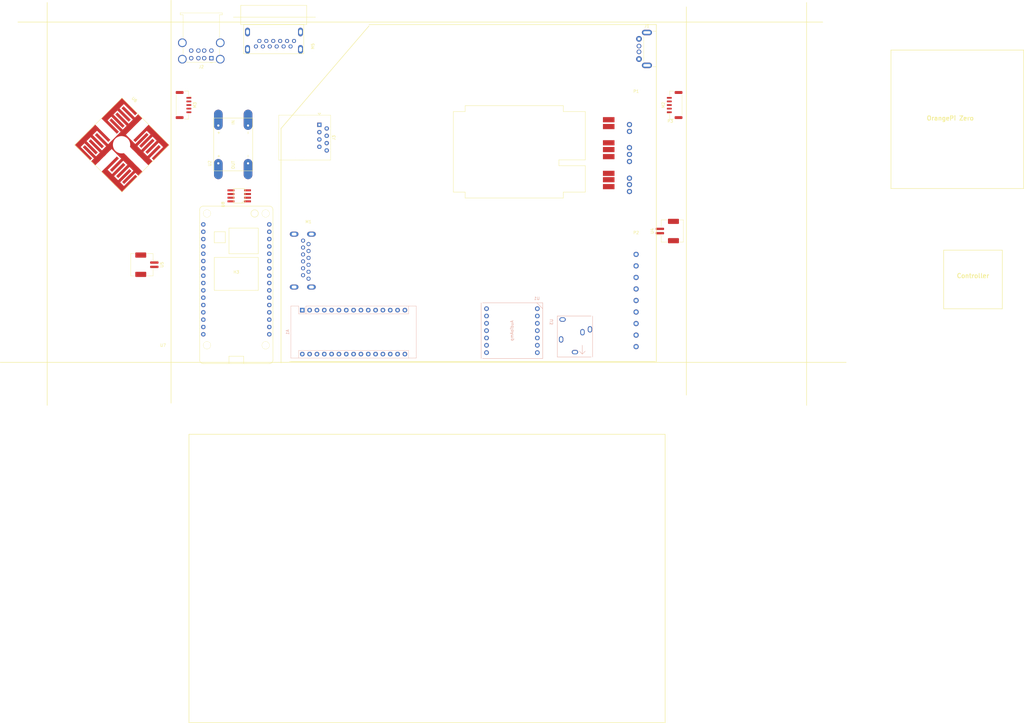
<source format=kicad_pcb>
(kicad_pcb (version 20171130) (host pcbnew "(5.0.1-3-g963ef8bb5)")

  (general
    (thickness 1.6)
    (drawings 25)
    (tracks 0)
    (zones 0)
    (modules 19)
    (nets 187)
  )

  (page A4)
  (layers
    (0 F.Cu signal)
    (31 B.Cu signal)
    (32 B.Adhes user)
    (33 F.Adhes user)
    (34 B.Paste user)
    (35 F.Paste user)
    (36 B.SilkS user)
    (37 F.SilkS user)
    (38 B.Mask user)
    (39 F.Mask user)
    (40 Dwgs.User user)
    (41 Cmts.User user)
    (42 Eco1.User user)
    (43 Eco2.User user)
    (44 Edge.Cuts user)
    (45 Margin user)
    (46 B.CrtYd user)
    (47 F.CrtYd user)
    (48 B.Fab user)
    (49 F.Fab user)
  )

  (setup
    (last_trace_width 0.25)
    (trace_clearance 0.2)
    (zone_clearance 0.508)
    (zone_45_only no)
    (trace_min 0.2)
    (segment_width 0.2)
    (edge_width 0.15)
    (via_size 0.8)
    (via_drill 0.4)
    (via_min_size 0.4)
    (via_min_drill 0.3)
    (uvia_size 0.3)
    (uvia_drill 0.1)
    (uvias_allowed no)
    (uvia_min_size 0.2)
    (uvia_min_drill 0.1)
    (pcb_text_width 0.3)
    (pcb_text_size 1.5 1.5)
    (mod_edge_width 0.15)
    (mod_text_size 1 1)
    (mod_text_width 0.15)
    (pad_size 1.8 1.8)
    (pad_drill 0)
    (pad_to_mask_clearance 0.051)
    (solder_mask_min_width 0.25)
    (aux_axis_origin 0 0)
    (grid_origin 257.554 91.91)
    (visible_elements FFFFFF7F)
    (pcbplotparams
      (layerselection 0x010fc_ffffffff)
      (usegerberextensions false)
      (usegerberattributes false)
      (usegerberadvancedattributes false)
      (creategerberjobfile false)
      (excludeedgelayer true)
      (linewidth 0.100000)
      (plotframeref false)
      (viasonmask false)
      (mode 1)
      (useauxorigin false)
      (hpglpennumber 1)
      (hpglpenspeed 20)
      (hpglpendiameter 15.000000)
      (psnegative false)
      (psa4output false)
      (plotreference true)
      (plotvalue true)
      (plotinvisibletext false)
      (padsonsilk false)
      (subtractmaskfromsilk false)
      (outputformat 1)
      (mirror false)
      (drillshape 1)
      (scaleselection 1)
      (outputdirectory ""))
  )

  (net 0 "")
  (net 1 "Net-(P1-Pad1)")
  (net 2 "Net-(P1-Pad3)")
  (net 3 "Net-(P1-Pad4)")
  (net 4 "Net-(P1-Pad5)")
  (net 5 "Net-(P1-Pad6)")
  (net 6 "Net-(P1-Pad7)")
  (net 7 "Net-(P1-Pad8)")
  (net 8 "Net-(P1-Pad9)")
  (net 9 "Net-(P1-Pad11)")
  (net 10 "Net-(P1-Pad12)")
  (net 11 "Net-(P1-Pad13)")
  (net 12 "Net-(P1-Pad14)")
  (net 13 "Net-(P1-Pad15)")
  (net 14 "Net-(P1-Pad16)")
  (net 15 "Net-(P1-Pad17)")
  (net 16 "Net-(P1-Pad18)")
  (net 17 "Net-(P2-Pad18)")
  (net 18 "Net-(P2-Pad17)")
  (net 19 "Net-(P2-Pad16)")
  (net 20 "Net-(P2-Pad15)")
  (net 21 "Net-(P2-Pad14)")
  (net 22 "Net-(P2-Pad13)")
  (net 23 "Net-(P2-Pad12)")
  (net 24 "Net-(P2-Pad11)")
  (net 25 "Net-(P2-Pad9)")
  (net 26 "Net-(P2-Pad8)")
  (net 27 "Net-(P2-Pad7)")
  (net 28 "Net-(P2-Pad6)")
  (net 29 "Net-(P2-Pad5)")
  (net 30 "Net-(P2-Pad4)")
  (net 31 "Net-(P2-Pad3)")
  (net 32 "Net-(P2-Pad2)")
  (net 33 "Net-(P2-Pad1)")
  (net 34 "Net-(M1-Pad2)")
  (net 35 "Net-(M1-Pad4)")
  (net 36 "Net-(M1-Pad1)")
  (net 37 "Net-(M1-Pad3)")
  (net 38 "Net-(M1-Pad5)")
  (net 39 "Net-(M1-Pad6)")
  (net 40 "Net-(M1-Pad7)")
  (net 41 "Net-(M1-Pad8)")
  (net 42 "Net-(M1-Pad9)")
  (net 43 "Net-(M1-Pad10)")
  (net 44 "Net-(M1-Pad11)")
  (net 45 "Net-(M1-Pad12)")
  (net 46 "Net-(J1-Pad2)")
  (net 47 "Net-(J1-Pad3)")
  (net 48 "Net-(J1-Pad1)")
  (net 49 "Net-(J1-Pad4)")
  (net 50 "Net-(J1-Pad5)")
  (net 51 "Net-(J2-Pad8)")
  (net 52 "Net-(J2-Pad7)")
  (net 53 "Net-(J2-Pad6)")
  (net 54 "Net-(J2-Pad5)")
  (net 55 "Net-(J2-Pad9)")
  (net 56 "Net-(J2-Pad4)")
  (net 57 "Net-(J2-Pad3)")
  (net 58 "Net-(J2-Pad2)")
  (net 59 "Net-(J2-Pad1)")
  (net 60 "Net-(U1-Pad1)")
  (net 61 "Net-(U1-Pad2)")
  (net 62 "Net-(U1-Pad3)")
  (net 63 "Net-(U1-Pad4)")
  (net 64 "Net-(U1-Pad5)")
  (net 65 "Net-(U1-Pad6)")
  (net 66 "Net-(U1-Pad7)")
  (net 67 "Net-(U1-Pad9)")
  (net 68 "Net-(U1-Pad11)")
  (net 69 "Net-(U1-Pad12)")
  (net 70 "Net-(U1-Pad13)")
  (net 71 "Net-(U1-Pad14)")
  (net 72 "Net-(J3-Pad1)")
  (net 73 "Net-(J3-Pad2)")
  (net 74 "Net-(J3-Pad3)")
  (net 75 "Net-(J3-Pad4)")
  (net 76 "Net-(J3-Pad5)")
  (net 77 "Net-(J3-Pad6)")
  (net 78 "Net-(J3-Pad7)")
  (net 79 "Net-(J3-Pad8)")
  (net 80 "Net-(M2-PadMP)")
  (net 81 "Net-(M2-Pad5)")
  (net 82 "Net-(M2-Pad4)")
  (net 83 "Net-(M2-Pad3)")
  (net 84 "Net-(M2-Pad2)")
  (net 85 "Net-(M2-Pad1)")
  (net 86 "Net-(M3-Pad1)")
  (net 87 "Net-(M3-Pad2)")
  (net 88 "Net-(M3-Pad3)")
  (net 89 "Net-(M3-Pad4)")
  (net 90 "Net-(M3-Pad5)")
  (net 91 "Net-(M3-PadMP)")
  (net 92 GND)
  (net 93 "Net-(U3-Pad4)")
  (net 94 "Net-(U3-Pad5)")
  (net 95 "Net-(M5-Pad2)")
  (net 96 "Net-(M5-Pad4)")
  (net 97 "Net-(M5-Pad1)")
  (net 98 "Net-(M5-Pad3)")
  (net 99 "Net-(M5-Pad5)")
  (net 100 "Net-(M5-Pad6)")
  (net 101 "Net-(M5-Pad7)")
  (net 102 "Net-(M5-Pad8)")
  (net 103 "Net-(M5-Pad9)")
  (net 104 "Net-(M5-Pad10)")
  (net 105 "Net-(M5-Pad11)")
  (net 106 "Net-(M5-Pad12)")
  (net 107 "Net-(A1-Pad1)")
  (net 108 "Net-(A1-Pad17)")
  (net 109 "Net-(A1-Pad2)")
  (net 110 "Net-(A1-Pad18)")
  (net 111 "Net-(A1-Pad3)")
  (net 112 "Net-(A1-Pad19)")
  (net 113 "Net-(A1-Pad4)")
  (net 114 "Net-(A1-Pad20)")
  (net 115 "Net-(A1-Pad5)")
  (net 116 "Net-(A1-Pad21)")
  (net 117 "Net-(A1-Pad6)")
  (net 118 "Net-(A1-Pad22)")
  (net 119 "Net-(A1-Pad7)")
  (net 120 "Net-(A1-Pad23)")
  (net 121 "Net-(A1-Pad8)")
  (net 122 "Net-(A1-Pad24)")
  (net 123 "Net-(A1-Pad9)")
  (net 124 "Net-(A1-Pad25)")
  (net 125 "Net-(A1-Pad10)")
  (net 126 "Net-(A1-Pad26)")
  (net 127 "Net-(A1-Pad11)")
  (net 128 "Net-(A1-Pad27)")
  (net 129 "Net-(A1-Pad12)")
  (net 130 "Net-(A1-Pad28)")
  (net 131 "Net-(A1-Pad13)")
  (net 132 "Net-(A1-Pad29)")
  (net 133 "Net-(A1-Pad14)")
  (net 134 "Net-(A1-Pad30)")
  (net 135 "Net-(A1-Pad15)")
  (net 136 "Net-(A1-Pad16)")
  (net 137 "Net-(U2-Pad1)")
  (net 138 "Net-(U2-Pad2)")
  (net 139 "Net-(U2-Pad3)")
  (net 140 "Net-(U2-Pad4)")
  (net 141 "Net-(U6-Pad1)")
  (net 142 "Net-(U6-Pad2)")
  (net 143 "Net-(U6-Pad3)")
  (net 144 "Net-(U6-Pad4)")
  (net 145 "Net-(U6-Pad5)")
  (net 146 "Net-(U7-Pad1)")
  (net 147 "Net-(U7-Pad2)")
  (net 148 "Net-(U7-Pad3)")
  (net 149 "Net-(U7-Pad4)")
  (net 150 "Net-(U7-Pad5)")
  (net 151 "Net-(U7-Pad6)")
  (net 152 "Net-(U7-Pad7)")
  (net 153 "Net-(U7-Pad8)")
  (net 154 "Net-(U7-Pad9)")
  (net 155 "Net-(U7-Pad10)")
  (net 156 "Net-(U7-Pad11)")
  (net 157 "Net-(U7-Pad12)")
  (net 158 "Net-(U7-Pad13)")
  (net 159 "Net-(U7-Pad14)")
  (net 160 "Net-(U7-Pad15)")
  (net 161 "Net-(U7-Pad16)")
  (net 162 "Net-(U7-Pad17)")
  (net 163 "Net-(U7-Pad18)")
  (net 164 "Net-(U7-Pad19)")
  (net 165 "Net-(U7-Pad20)")
  (net 166 "Net-(U7-Pad21)")
  (net 167 "Net-(U7-Pad22)")
  (net 168 "Net-(U7-Pad23)")
  (net 169 "Net-(U7-Pad24)")
  (net 170 "Net-(U7-Pad25)")
  (net 171 "Net-(U7-Pad26)")
  (net 172 "Net-(U7-Pad27)")
  (net 173 "Net-(U7-Pad28)")
  (net 174 "Net-(U7-Pad29)")
  (net 175 "Net-(U7-Pad30)")
  (net 176 "Net-(U7-Pad31)")
  (net 177 "Net-(U7-Pad32)")
  (net 178 "Net-(P1-Pad2)")
  (net 179 "Net-(U8-Pad1)")
  (net 180 "Net-(U8-Pad2)")
  (net 181 "Net-(U8-Pad3)")
  (net 182 "Net-(U8-Pad4)")
  (net 183 "Net-(U8-Pad5)")
  (net 184 "Net-(U8-Pad6)")
  (net 185 "Net-(U8-Pad7)")
  (net 186 "Net-(U8-Pad8)")

  (net_class Default "This is the default net class."
    (clearance 0.2)
    (trace_width 0.25)
    (via_dia 0.8)
    (via_drill 0.4)
    (uvia_dia 0.3)
    (uvia_drill 0.1)
    (add_net GND)
    (add_net "Net-(A1-Pad1)")
    (add_net "Net-(A1-Pad10)")
    (add_net "Net-(A1-Pad11)")
    (add_net "Net-(A1-Pad12)")
    (add_net "Net-(A1-Pad13)")
    (add_net "Net-(A1-Pad14)")
    (add_net "Net-(A1-Pad15)")
    (add_net "Net-(A1-Pad16)")
    (add_net "Net-(A1-Pad17)")
    (add_net "Net-(A1-Pad18)")
    (add_net "Net-(A1-Pad19)")
    (add_net "Net-(A1-Pad2)")
    (add_net "Net-(A1-Pad20)")
    (add_net "Net-(A1-Pad21)")
    (add_net "Net-(A1-Pad22)")
    (add_net "Net-(A1-Pad23)")
    (add_net "Net-(A1-Pad24)")
    (add_net "Net-(A1-Pad25)")
    (add_net "Net-(A1-Pad26)")
    (add_net "Net-(A1-Pad27)")
    (add_net "Net-(A1-Pad28)")
    (add_net "Net-(A1-Pad29)")
    (add_net "Net-(A1-Pad3)")
    (add_net "Net-(A1-Pad30)")
    (add_net "Net-(A1-Pad4)")
    (add_net "Net-(A1-Pad5)")
    (add_net "Net-(A1-Pad6)")
    (add_net "Net-(A1-Pad7)")
    (add_net "Net-(A1-Pad8)")
    (add_net "Net-(A1-Pad9)")
    (add_net "Net-(J1-Pad1)")
    (add_net "Net-(J1-Pad2)")
    (add_net "Net-(J1-Pad3)")
    (add_net "Net-(J1-Pad4)")
    (add_net "Net-(J1-Pad5)")
    (add_net "Net-(J2-Pad1)")
    (add_net "Net-(J2-Pad2)")
    (add_net "Net-(J2-Pad3)")
    (add_net "Net-(J2-Pad4)")
    (add_net "Net-(J2-Pad5)")
    (add_net "Net-(J2-Pad6)")
    (add_net "Net-(J2-Pad7)")
    (add_net "Net-(J2-Pad8)")
    (add_net "Net-(J2-Pad9)")
    (add_net "Net-(J3-Pad1)")
    (add_net "Net-(J3-Pad2)")
    (add_net "Net-(J3-Pad3)")
    (add_net "Net-(J3-Pad4)")
    (add_net "Net-(J3-Pad5)")
    (add_net "Net-(J3-Pad6)")
    (add_net "Net-(J3-Pad7)")
    (add_net "Net-(J3-Pad8)")
    (add_net "Net-(M1-Pad1)")
    (add_net "Net-(M1-Pad10)")
    (add_net "Net-(M1-Pad11)")
    (add_net "Net-(M1-Pad12)")
    (add_net "Net-(M1-Pad2)")
    (add_net "Net-(M1-Pad3)")
    (add_net "Net-(M1-Pad4)")
    (add_net "Net-(M1-Pad5)")
    (add_net "Net-(M1-Pad6)")
    (add_net "Net-(M1-Pad7)")
    (add_net "Net-(M1-Pad8)")
    (add_net "Net-(M1-Pad9)")
    (add_net "Net-(M2-Pad1)")
    (add_net "Net-(M2-Pad2)")
    (add_net "Net-(M2-Pad3)")
    (add_net "Net-(M2-Pad4)")
    (add_net "Net-(M2-Pad5)")
    (add_net "Net-(M2-PadMP)")
    (add_net "Net-(M3-Pad1)")
    (add_net "Net-(M3-Pad2)")
    (add_net "Net-(M3-Pad3)")
    (add_net "Net-(M3-Pad4)")
    (add_net "Net-(M3-Pad5)")
    (add_net "Net-(M3-PadMP)")
    (add_net "Net-(M5-Pad1)")
    (add_net "Net-(M5-Pad10)")
    (add_net "Net-(M5-Pad11)")
    (add_net "Net-(M5-Pad12)")
    (add_net "Net-(M5-Pad2)")
    (add_net "Net-(M5-Pad3)")
    (add_net "Net-(M5-Pad4)")
    (add_net "Net-(M5-Pad5)")
    (add_net "Net-(M5-Pad6)")
    (add_net "Net-(M5-Pad7)")
    (add_net "Net-(M5-Pad8)")
    (add_net "Net-(M5-Pad9)")
    (add_net "Net-(P1-Pad1)")
    (add_net "Net-(P1-Pad11)")
    (add_net "Net-(P1-Pad12)")
    (add_net "Net-(P1-Pad13)")
    (add_net "Net-(P1-Pad14)")
    (add_net "Net-(P1-Pad15)")
    (add_net "Net-(P1-Pad16)")
    (add_net "Net-(P1-Pad17)")
    (add_net "Net-(P1-Pad18)")
    (add_net "Net-(P1-Pad2)")
    (add_net "Net-(P1-Pad3)")
    (add_net "Net-(P1-Pad4)")
    (add_net "Net-(P1-Pad5)")
    (add_net "Net-(P1-Pad6)")
    (add_net "Net-(P1-Pad7)")
    (add_net "Net-(P1-Pad8)")
    (add_net "Net-(P1-Pad9)")
    (add_net "Net-(P2-Pad1)")
    (add_net "Net-(P2-Pad11)")
    (add_net "Net-(P2-Pad12)")
    (add_net "Net-(P2-Pad13)")
    (add_net "Net-(P2-Pad14)")
    (add_net "Net-(P2-Pad15)")
    (add_net "Net-(P2-Pad16)")
    (add_net "Net-(P2-Pad17)")
    (add_net "Net-(P2-Pad18)")
    (add_net "Net-(P2-Pad2)")
    (add_net "Net-(P2-Pad3)")
    (add_net "Net-(P2-Pad4)")
    (add_net "Net-(P2-Pad5)")
    (add_net "Net-(P2-Pad6)")
    (add_net "Net-(P2-Pad7)")
    (add_net "Net-(P2-Pad8)")
    (add_net "Net-(P2-Pad9)")
    (add_net "Net-(U1-Pad1)")
    (add_net "Net-(U1-Pad11)")
    (add_net "Net-(U1-Pad12)")
    (add_net "Net-(U1-Pad13)")
    (add_net "Net-(U1-Pad14)")
    (add_net "Net-(U1-Pad2)")
    (add_net "Net-(U1-Pad3)")
    (add_net "Net-(U1-Pad4)")
    (add_net "Net-(U1-Pad5)")
    (add_net "Net-(U1-Pad6)")
    (add_net "Net-(U1-Pad7)")
    (add_net "Net-(U1-Pad9)")
    (add_net "Net-(U2-Pad1)")
    (add_net "Net-(U2-Pad2)")
    (add_net "Net-(U2-Pad3)")
    (add_net "Net-(U2-Pad4)")
    (add_net "Net-(U3-Pad4)")
    (add_net "Net-(U3-Pad5)")
    (add_net "Net-(U6-Pad1)")
    (add_net "Net-(U6-Pad2)")
    (add_net "Net-(U6-Pad3)")
    (add_net "Net-(U6-Pad4)")
    (add_net "Net-(U6-Pad5)")
    (add_net "Net-(U7-Pad1)")
    (add_net "Net-(U7-Pad10)")
    (add_net "Net-(U7-Pad11)")
    (add_net "Net-(U7-Pad12)")
    (add_net "Net-(U7-Pad13)")
    (add_net "Net-(U7-Pad14)")
    (add_net "Net-(U7-Pad15)")
    (add_net "Net-(U7-Pad16)")
    (add_net "Net-(U7-Pad17)")
    (add_net "Net-(U7-Pad18)")
    (add_net "Net-(U7-Pad19)")
    (add_net "Net-(U7-Pad2)")
    (add_net "Net-(U7-Pad20)")
    (add_net "Net-(U7-Pad21)")
    (add_net "Net-(U7-Pad22)")
    (add_net "Net-(U7-Pad23)")
    (add_net "Net-(U7-Pad24)")
    (add_net "Net-(U7-Pad25)")
    (add_net "Net-(U7-Pad26)")
    (add_net "Net-(U7-Pad27)")
    (add_net "Net-(U7-Pad28)")
    (add_net "Net-(U7-Pad29)")
    (add_net "Net-(U7-Pad3)")
    (add_net "Net-(U7-Pad30)")
    (add_net "Net-(U7-Pad31)")
    (add_net "Net-(U7-Pad32)")
    (add_net "Net-(U7-Pad4)")
    (add_net "Net-(U7-Pad5)")
    (add_net "Net-(U7-Pad6)")
    (add_net "Net-(U7-Pad7)")
    (add_net "Net-(U7-Pad8)")
    (add_net "Net-(U7-Pad9)")
    (add_net "Net-(U8-Pad1)")
    (add_net "Net-(U8-Pad2)")
    (add_net "Net-(U8-Pad3)")
    (add_net "Net-(U8-Pad4)")
    (add_net "Net-(U8-Pad5)")
    (add_net "Net-(U8-Pad6)")
    (add_net "Net-(U8-Pad7)")
    (add_net "Net-(U8-Pad8)")
  )

  (module PS2BaseMount:PS2_MemCardMountPoints (layer F.Cu) (tedit 5CB2F748) (tstamp 5CBEB6C4)
    (at 210.31 55.84)
    (path /5CB32299)
    (fp_text reference P3 (at 21.336 0.508) (layer F.SilkS)
      (effects (font (size 1 1) (thickness 0.15)))
    )
    (fp_text value PS2_MemCardMount (at 35.052 12.192) (layer F.Fab)
      (effects (font (size 1 1) (thickness 0.15)))
    )
    (fp_line (start -8.09009 15.971825) (end -8.09009 25.115825) (layer F.SilkS) (width 0.15))
    (fp_line (start -8.09009 13.939825) (end -8.09009 -2.824175) (layer F.SilkS) (width 0.15))
    (fp_line (start -17.23409 15.971825) (end -8.09009 15.971825) (layer F.SilkS) (width 0.15))
    (fp_line (start -17.23409 13.939825) (end -17.23409 15.971825) (layer F.SilkS) (width 0.15))
    (fp_line (start -8.09009 13.939825) (end -17.23409 13.939825) (layer F.SilkS) (width 0.15))
    (fp_line (start -15.71009 -2.824175) (end -8.09009 -2.824175) (layer F.SilkS) (width 0.15))
    (fp_line (start -15.71009 -4.856175) (end -15.71009 -2.824175) (layer F.SilkS) (width 0.15))
    (fp_line (start -49.74609 -4.856175) (end -15.71009 -4.856175) (layer F.SilkS) (width 0.15))
    (fp_line (start -49.74609 -2.824175) (end -49.74609 -4.856175) (layer F.SilkS) (width 0.15))
    (fp_line (start -53.81009 -2.824175) (end -49.74609 -2.824175) (layer F.SilkS) (width 0.15))
    (fp_line (start -53.81009 25.115825) (end -53.81009 -2.824175) (layer F.SilkS) (width 0.15))
    (fp_line (start -49.74609 25.115825) (end -53.81009 25.115825) (layer F.SilkS) (width 0.15))
    (fp_line (start -49.74609 27.147825) (end -49.74609 25.115825) (layer F.SilkS) (width 0.15))
    (fp_line (start -15.71009 27.147825) (end -49.74609 27.147825) (layer F.SilkS) (width 0.15))
    (fp_line (start -15.71009 25.115825) (end -15.71009 27.147825) (layer F.SilkS) (width 0.15))
    (fp_line (start -8.09009 25.115825) (end -15.71009 25.115825) (layer F.SilkS) (width 0.15))
    (pad 8 smd rect (at 0.0114 23.2122) (size 4 1.8) (layers F.Cu F.Paste F.Mask)
      (net 16 "Net-(P1-Pad18)"))
    (pad 7 smd rect (at 0.0114 20.8122) (size 4 1.8) (layers F.Cu F.Paste F.Mask)
      (net 15 "Net-(P1-Pad17)"))
    (pad 6 smd rect (at 0.0114 18.6122) (size 4 1.8) (layers F.Cu F.Paste F.Mask)
      (net 14 "Net-(P1-Pad16)"))
    (pad 5 smd rect (at 0.0114 12.8122) (size 4 1.8) (layers F.Cu F.Paste F.Mask)
      (net 13 "Net-(P1-Pad15)"))
    (pad 4 smd rect (at 0.0114 10.3622) (size 4 1.8) (layers F.Cu F.Paste F.Mask)
      (net 12 "Net-(P1-Pad14)"))
    (pad 3 smd rect (at 0.0114 8.0122) (size 4 1.8) (layers F.Cu F.Paste F.Mask)
      (net 11 "Net-(P1-Pad13)"))
    (pad 2 smd rect (at 0.0114 2.3822) (size 4 1.8) (layers F.Cu F.Paste F.Mask)
      (net 10 "Net-(P1-Pad12)"))
    (pad 1 smd rect (at 0.0114 0.0122) (size 4 1.8) (layers F.Cu F.Paste F.Mask)
      (net 9 "Net-(P1-Pad11)"))
  )

  (module PS2BaseMount:AudioJack_PJ30240 (layer B.Cu) (tedit 5C909F4A) (tstamp 5C99F9A5)
    (at 198.626 138.138 90)
    (path /5C8DA656)
    (fp_text reference U3 (at 12.192 -8.128 90) (layer B.SilkS)
      (effects (font (size 1 1) (thickness 0.15)) (justify mirror))
    )
    (fp_text value PJ30240 (at 7.62 7.112 90) (layer B.Fab)
      (effects (font (size 1 1) (thickness 0.15)) (justify mirror))
    )
    (fp_line (start 1.016 2.54) (end 2.032 1.524) (layer B.SilkS) (width 0.15))
    (fp_line (start 2.032 3.556) (end 1.016 2.54) (layer B.SilkS) (width 0.15))
    (fp_line (start 1.016 2.54) (end 4.064 2.54) (layer B.SilkS) (width 0.15))
    (fp_line (start 0 -6.096) (end 0 5.588) (layer B.SilkS) (width 0.15))
    (fp_line (start 14.224 -6.096) (end 0 -6.096) (layer B.SilkS) (width 0.15))
    (fp_line (start 14.224 5.588) (end 14.224 -6.096) (layer B.SilkS) (width 0.15))
    (fp_line (start 0 6.096) (end 14.224 6.096) (layer B.SilkS) (width 0.15))
    (pad 5 thru_hole oval (at 8.6 2.6 90) (size 2.2 1.5) (drill oval 1.5 0.9) (layers *.Cu *.Mask)
      (net 94 "Net-(U3-Pad5)"))
    (pad 4 thru_hole oval (at 13 -4.3 90) (size 1.5 2.2) (drill oval 0.9 1.5) (layers *.Cu *.Mask)
      (net 93 "Net-(U3-Pad4)"))
    (pad 3 thru_hole oval (at 9.6 5.2 90) (size 2.2 1.5) (drill oval 1.5 0.9) (layers *.Cu *.Mask)
      (net 66 "Net-(U1-Pad7)"))
    (pad 2 thru_hole oval (at 6.1 -4.8 90) (size 2.2 1.5) (drill oval 1.5 0.9) (layers *.Cu *.Mask)
      (net 64 "Net-(U1-Pad5)"))
    (pad 1 thru_hole oval (at 1.7 0 90) (size 1.5 2.2) (drill oval 0.9 1.5) (layers *.Cu *.Mask)
      (net 92 GND))
  )

  (module PS2BaseMount:USB_A_Custom_Throughhole (layer F.Cu) (tedit 5C786A79) (tstamp 5C7869CD)
    (at 220.812 27.81)
    (descr http://cnctech.us/pdfs/1001-011-01101.pdf)
    (tags USB-A)
    (path /5C465998)
    (attr smd)
    (fp_text reference J1 (at 2.752 -4.4948) (layer F.SilkS)
      (effects (font (size 1 1) (thickness 0.15)))
    )
    (fp_text value USB_B (at 9.652 11.5052 180) (layer F.Fab)
      (effects (font (size 1 1) (thickness 0.15)))
    )
    (fp_line (start -1.748 8.0552) (end 0.502 8.0552) (layer F.CrtYd) (width 0.05))
    (fp_line (start 0.502 8.0552) (end 0.502 10.6552) (layer F.CrtYd) (width 0.05))
    (fp_line (start 0.502 10.6552) (end 5.002 10.6552) (layer F.CrtYd) (width 0.05))
    (fp_line (start 5.002 10.6552) (end 5.002 10.0252) (layer F.CrtYd) (width 0.05))
    (fp_line (start 5.002 10.0252) (end 6.096 10.16) (layer F.CrtYd) (width 0.05))
    (fp_text user %R (at 3.652 3.5052 90) (layer F.Fab)
      (effects (font (size 1 1) (thickness 0.15)))
    )
    (fp_line (start 6.096 10.16) (end 6.096 -3.0148) (layer F.CrtYd) (width 0.05))
    (fp_line (start 5.002 -3.0148) (end 6.096 -3.048) (layer F.CrtYd) (width 0.05))
    (fp_line (start 5.002 -3.0148) (end 5.002 -3.6448) (layer F.CrtYd) (width 0.05))
    (fp_line (start 0.502 -3.6448) (end 5.002 -3.6448) (layer F.CrtYd) (width 0.05))
    (fp_line (start 0.502 -3.6448) (end 0.502 -1.0448) (layer F.CrtYd) (width 0.05))
    (fp_line (start -1.748 -1.0448) (end 0.502 -1.0448) (layer F.CrtYd) (width 0.05))
    (fp_line (start -1.748 8.0552) (end -1.748 -1.0448) (layer F.CrtYd) (width 0.05))
    (fp_line (start 4.802 9.6502) (end 5.852 9.6502) (layer F.SilkS) (width 0.12))
    (fp_line (start 4.802 -2.6398) (end 5.852 -2.6398) (layer F.SilkS) (width 0.12))
    (fp_text user "PCB Edge" (at 5.102 3.4552 90) (layer Dwgs.User)
      (effects (font (size 0.6 0.6) (thickness 0.09)))
    )
    (fp_line (start 5.852 9.5302) (end 5.852 -2.5198) (layer Dwgs.User) (width 0.1))
    (fp_line (start 1.632 -0.8948) (end 1.632 7.9052) (layer F.SilkS) (width 0.12))
    (fp_circle (center 2.752 5.8052) (end 2.752 6.3052) (layer F.Fab) (width 0.1))
    (fp_circle (center 2.752 1.2052) (end 2.752 0.7052) (layer F.Fab) (width 0.1))
    (fp_line (start -0.748 0.2552) (end 1.752 0.2552) (layer F.Fab) (width 0.1))
    (fp_line (start -0.748 0.2552) (end -0.748 -0.2448) (layer F.Fab) (width 0.1))
    (fp_line (start -0.748 -0.2448) (end 1.752 -0.2448) (layer F.Fab) (width 0.1))
    (fp_line (start -0.748 2.2552) (end 1.752 2.2552) (layer F.Fab) (width 0.1))
    (fp_line (start -0.748 2.7552) (end 1.752 2.7552) (layer F.Fab) (width 0.1))
    (fp_line (start -0.748 2.7552) (end -0.748 2.2552) (layer F.Fab) (width 0.1))
    (fp_line (start -0.748 4.7552) (end 1.752 4.7552) (layer F.Fab) (width 0.1))
    (fp_line (start -0.748 4.7552) (end -0.748 4.2552) (layer F.Fab) (width 0.1))
    (fp_line (start -0.748 4.2552) (end 1.752 4.2552) (layer F.Fab) (width 0.1))
    (fp_line (start -0.748 7.2552) (end 1.752 7.2552) (layer F.Fab) (width 0.1))
    (fp_line (start -0.748 6.7552) (end 1.752 6.7552) (layer F.Fab) (width 0.1))
    (fp_line (start -0.748 7.2552) (end -0.748 6.7552) (layer F.Fab) (width 0.1))
    (fp_line (start 1.752 9.5302) (end 1.752 -2.5198) (layer F.Fab) (width 0.1))
    (pad "" np_thru_hole circle (at 2.752 5.8052) (size 1.1 1.1) (drill 1.1) (layers *.Cu *.Mask))
    (pad "" np_thru_hole circle (at 2.752 1.2052) (size 1.1 1.1) (drill 1.1) (layers *.Cu *.Mask))
    (pad 5 thru_hole oval (at 2.752 9.2052) (size 3.5 1.9) (drill oval 2.5 0.9) (layers *.Cu *.Mask)
      (net 50 "Net-(J1-Pad5)"))
    (pad 5 thru_hole oval (at 2.752 -2.1948) (size 3.5 1.9) (drill oval 2.5 0.9) (layers *.Cu *.Mask)
      (net 50 "Net-(J1-Pad5)"))
    (pad 4 thru_hole circle (at 0.002 7.0052) (size 2 2) (drill 1) (layers *.Cu *.Mask)
      (net 49 "Net-(J1-Pad4)"))
    (pad 1 thru_hole circle (at 0.002 0.0052) (size 2 2) (drill 1) (layers *.Cu *.Mask)
      (net 48 "Net-(J1-Pad1)"))
    (pad 3 thru_hole circle (at 0.002 4.5052) (size 1.6 1.6) (drill 1) (layers *.Cu *.Mask)
      (net 47 "Net-(J1-Pad3)"))
    (pad 2 thru_hole circle (at 0.002 2.5052) (size 1.6 1.6) (drill 1) (layers *.Cu *.Mask)
      (net 46 "Net-(J1-Pad2)"))
    (model ${KISYS3DMOD}/Connector_USB.3dshapes/USB_A_CNCTech_1001-011-01101_Horizontal.wrl
      (at (xyz 0 0 0))
      (scale (xyz 1 1 1))
      (rotate (xyz 0 0 0))
    )
  )

  (module PS2BaseMount:PS2_AVPort_Complete (layer F.Cu) (tedit 5C6F7DC3) (tstamp 5C85F845)
    (at 106.312 98.98)
    (path /5C456998)
    (fp_text reference M1 (at -0.0508 -7.7216) (layer F.SilkS)
      (effects (font (size 1 1) (thickness 0.15)))
    )
    (fp_text value PS2AVPort (at -0.0254 18.4912) (layer F.Fab)
      (effects (font (size 1 1) (thickness 0.15)))
    )
    (pad 1 thru_hole oval (at -5 14.9) (size 3 1.7) (drill oval 1.7 1) (layers *.Cu *.Mask)
      (net 36 "Net-(M1-Pad1)"))
    (pad 1 thru_hole oval (at -5 -3.45) (size 3 1.7) (drill oval 1.7 1) (layers *.Cu *.Mask)
      (net 36 "Net-(M1-Pad1)"))
    (pad 1 thru_hole oval (at 1 -3.45) (size 3 1.7) (drill oval 1.7 1) (layers *.Cu *.Mask)
      (net 36 "Net-(M1-Pad1)"))
    (pad 1 thru_hole oval (at 1 14.9) (size 3 1.7) (drill oval 1.7 1) (layers *.Cu *.Mask)
      (net 36 "Net-(M1-Pad1)"))
    (pad 12 thru_hole circle (at 0 12) (size 1.4 1.4) (drill 0.8) (layers *.Cu *.Mask)
      (net 45 "Net-(M1-Pad12)"))
    (pad 11 thru_hole circle (at -1.9 10.8) (size 1.4 1.4) (drill 0.8) (layers *.Cu *.Mask)
      (net 44 "Net-(M1-Pad11)"))
    (pad 10 thru_hole circle (at 0 9.6) (size 1.4 1.4) (drill 0.8) (layers *.Cu *.Mask)
      (net 43 "Net-(M1-Pad10)"))
    (pad 9 thru_hole circle (at -1.9 8.4) (size 1.4 1.4) (drill 0.8) (layers *.Cu *.Mask)
      (net 42 "Net-(M1-Pad9)"))
    (pad 8 thru_hole circle (at 0 7.2) (size 1.4 1.4) (drill 0.8) (layers *.Cu *.Mask)
      (net 41 "Net-(M1-Pad8)"))
    (pad 7 thru_hole circle (at -1.9 6) (size 1.4 1.4) (drill 0.8) (layers *.Cu *.Mask)
      (net 40 "Net-(M1-Pad7)"))
    (pad 6 thru_hole circle (at 0 4.8) (size 1.4 1.4) (drill 0.8) (layers *.Cu *.Mask)
      (net 39 "Net-(M1-Pad6)"))
    (pad 5 thru_hole circle (at -1.9 3.6) (size 1.4 1.4) (drill 0.8) (layers *.Cu *.Mask)
      (net 38 "Net-(M1-Pad5)"))
    (pad 3 thru_hole circle (at -1.9 1.2) (size 1.4 1.4) (drill 0.8) (layers *.Cu *.Mask)
      (net 37 "Net-(M1-Pad3)"))
    (pad 1 thru_hole circle (at -1.9 -1.2) (size 1.4 1.4) (drill 0.8) (layers *.Cu *.Mask)
      (net 36 "Net-(M1-Pad1)"))
    (pad 4 thru_hole circle (at 0 2.4) (size 1.4 1.4) (drill 0.8) (layers *.Cu *.Mask)
      (net 35 "Net-(M1-Pad4)"))
    (pad 2 thru_hole circle (at 0 0) (size 1.4 1.4) (drill 0.8) (layers *.Cu *.Mask)
      (net 34 "Net-(M1-Pad2)"))
  )

  (module PS2BaseMount:PS2_BoardMountFootprint (layer F.Cu) (tedit 5D3919A5) (tstamp 5C51AF21)
    (at 219.812 53.54)
    (path /5C454D65)
    (fp_text reference P1 (at 0 -7.5184) (layer F.SilkS)
      (effects (font (size 1 1) (thickness 0.15)))
    )
    (fp_text value PS2_ControlMount (at -0.0508 39.6748) (layer F.Fab)
      (effects (font (size 1 1) (thickness 0.15)))
    )
    (pad 1 connect circle (at 0 0) (size 1.8 1.8) (layers Dwgs.User)
      (net 1 "Net-(P1-Pad1)"))
    (pad 2 connect circle (at 0 4) (size 1.8 1.8) (layers Dwgs.User)
      (net 178 "Net-(P1-Pad2)"))
    (pad 3 connect circle (at 0 8) (size 1.8 1.8) (layers Dwgs.User)
      (net 2 "Net-(P1-Pad3)"))
    (pad 4 connect circle (at 0 12) (size 1.8 1.8) (layers Dwgs.User)
      (net 3 "Net-(P1-Pad4)"))
    (pad 5 connect circle (at 0 16) (size 1.8 1.8) (layers Dwgs.User)
      (net 4 "Net-(P1-Pad5)"))
    (pad 6 connect circle (at 0 20) (size 1.8 1.8) (layers Dwgs.User)
      (net 5 "Net-(P1-Pad6)"))
    (pad 7 connect circle (at 0 24) (size 1.8 1.8) (layers Dwgs.User)
      (net 6 "Net-(P1-Pad7)"))
    (pad 8 connect circle (at 0 28) (size 1.8 1.8) (layers Dwgs.User)
      (net 7 "Net-(P1-Pad8)"))
    (pad 9 smd circle (at 0 32) (size 1.8 1.8) (layers Dwgs.User)
      (net 8 "Net-(P1-Pad9)"))
    (pad 11 thru_hole circle (at -2.3 4) (size 1.8 1.8) (drill 1) (layers *.Cu *.Mask)
      (net 9 "Net-(P1-Pad11)"))
    (pad 12 thru_hole circle (at -2.3 6.37) (size 1.8 1.8) (drill 1) (layers *.Cu *.Mask)
      (net 10 "Net-(P1-Pad12)"))
    (pad 13 thru_hole circle (at -2.3 12) (size 1.8 1.8) (drill 1) (layers *.Cu *.Mask)
      (net 11 "Net-(P1-Pad13)"))
    (pad 14 thru_hole circle (at -2.3 14.35) (size 1.8 1.8) (drill 1) (layers *.Cu *.Mask)
      (net 12 "Net-(P1-Pad14)"))
    (pad 15 thru_hole circle (at -2.3 16.8) (size 1.8 1.8) (drill 1) (layers *.Cu *.Mask)
      (net 13 "Net-(P1-Pad15)"))
    (pad 16 thru_hole circle (at -2.3 22.6) (size 1.8 1.8) (drill 1) (layers *.Cu *.Mask)
      (net 14 "Net-(P1-Pad16)"))
    (pad 17 thru_hole circle (at -2.3 24.8) (size 1.8 1.8) (drill 1) (layers *.Cu *.Mask)
      (net 15 "Net-(P1-Pad17)"))
    (pad 18 thru_hole circle (at -2.3 27.2) (size 1.8 1.8) (drill 1) (layers *.Cu *.Mask)
      (net 16 "Net-(P1-Pad18)"))
  )

  (module PS2BaseMount:PS2_BoardMountFootprint (layer F.Cu) (tedit 5CB2D6BF) (tstamp 5C51AF36)
    (at 219.812 102.54)
    (path /5C454CB4)
    (fp_text reference P2 (at 0 -7.5184) (layer F.SilkS)
      (effects (font (size 1 1) (thickness 0.15)))
    )
    (fp_text value PS2_ControlMount (at -0.0508 39.6748) (layer F.Fab)
      (effects (font (size 1 1) (thickness 0.15)))
    )
    (pad 18 connect circle (at -2.3 27.2) (size 1.8 1.8) (layers Dwgs.User)
      (net 17 "Net-(P2-Pad18)"))
    (pad 17 connect circle (at -2.3 24.8) (size 1.8 1.8) (layers Dwgs.User)
      (net 18 "Net-(P2-Pad17)"))
    (pad 16 connect circle (at -2.3 22.6) (size 1.8 1.8) (layers Dwgs.User)
      (net 19 "Net-(P2-Pad16)"))
    (pad 15 connect circle (at -2.3 16.8) (size 1.8 1.8) (layers Dwgs.User)
      (net 20 "Net-(P2-Pad15)"))
    (pad 14 connect circle (at -2.3 14.35) (size 1.8 1.8) (layers Dwgs.User)
      (net 21 "Net-(P2-Pad14)"))
    (pad 13 connect circle (at -2.3 12) (size 1.8 1.8) (layers Dwgs.User)
      (net 22 "Net-(P2-Pad13)"))
    (pad 12 connect circle (at -2.3 6.37) (size 1.8 1.8) (layers Dwgs.User)
      (net 23 "Net-(P2-Pad12)"))
    (pad 11 connect circle (at -2.3 4) (size 1.8 1.8) (layers Dwgs.User)
      (net 24 "Net-(P2-Pad11)"))
    (pad 9 thru_hole circle (at 0 32) (size 1.8 1.8) (drill 1) (layers *.Cu *.Mask)
      (net 25 "Net-(P2-Pad9)"))
    (pad 8 thru_hole circle (at 0 28) (size 1.8 1.8) (drill 1) (layers *.Cu *.Mask)
      (net 26 "Net-(P2-Pad8)"))
    (pad 7 thru_hole circle (at 0 24) (size 1.8 1.8) (drill 1) (layers *.Cu *.Mask)
      (net 27 "Net-(P2-Pad7)"))
    (pad 6 thru_hole circle (at 0 20) (size 1.8 1.8) (drill 1) (layers *.Cu *.Mask)
      (net 28 "Net-(P2-Pad6)"))
    (pad 5 thru_hole circle (at 0 16) (size 1.8 1.8) (drill 1) (layers *.Cu *.Mask)
      (net 29 "Net-(P2-Pad5)"))
    (pad 4 thru_hole circle (at 0 12) (size 1.8 1.8) (drill 1) (layers *.Cu *.Mask)
      (net 30 "Net-(P2-Pad4)"))
    (pad 3 thru_hole circle (at 0 8) (size 1.8 1.8) (drill 1) (layers *.Cu *.Mask)
      (net 31 "Net-(P2-Pad3)"))
    (pad 2 thru_hole circle (at 0 4) (size 1.8 1.8) (drill 1) (layers *.Cu *.Mask)
      (net 32 "Net-(P2-Pad2)"))
    (pad 1 thru_hole circle (at 0 0) (size 1.8 1.8) (drill 1) (layers *.Cu *.Mask)
      (net 33 "Net-(P2-Pad1)"))
  )

  (module Connector_USB:USB_A_Wuerth_61400826021_Horizontal_Stacked (layer F.Cu) (tedit 5A8FF699) (tstamp 5D3E3B5A)
    (at 72.642 34.506 180)
    (descr "Stacked USB A connector http://katalog.we-online.de/em/datasheet/61400826021.pdf")
    (tags "Wuerth stacked USB_A")
    (path /5C4CC1E6)
    (fp_text reference J2 (at 3.5 -3 180) (layer F.SilkS)
      (effects (font (size 1 1) (thickness 0.15)))
    )
    (fp_text value USB_A_Dual (at 3.5 17 180) (layer F.Fab)
      (effects (font (size 1 1) (thickness 0.15)))
    )
    (fp_line (start 12.07 6.17) (end 10.91 7.33) (layer F.CrtYd) (width 0.05))
    (fp_line (start 9.26 -2.35) (end 8.8 -1.89) (layer F.CrtYd) (width 0.05))
    (fp_line (start 10.91 -2.35) (end 9.26 -2.35) (layer F.CrtYd) (width 0.05))
    (fp_line (start 11.25 14.61) (end 11.25 16.11) (layer F.CrtYd) (width 0.05))
    (fp_line (start 10.26 14.61) (end 11.25 14.61) (layer F.CrtYd) (width 0.05))
    (fp_line (start 0.4 -1.6) (end -0.4 -1.6) (layer F.SilkS) (width 0.12))
    (fp_text user %R (at 3.5 7 180) (layer F.Fab)
      (effects (font (size 1 1) (thickness 0.15)))
    )
    (fp_line (start 0 -1.1) (end -0.3 -1.38) (layer F.Fab) (width 0.12))
    (fp_line (start 0 -1.1) (end 0.3 -1.38) (layer F.Fab) (width 0.12))
    (fp_line (start -1.69 -1.45) (end 8.69 -1.45) (layer F.SilkS) (width 0.12))
    (fp_line (start -2.81 15.05) (end -2.81 7.08) (layer F.SilkS) (width 0.12))
    (fp_line (start -3.81 15.05) (end -2.81 15.05) (layer F.SilkS) (width 0.12))
    (fp_line (start -3.81 15.67) (end -3.81 15.05) (layer F.SilkS) (width 0.12))
    (fp_line (start 10.81 15.67) (end -3.81 15.67) (layer F.SilkS) (width 0.12))
    (fp_line (start 10.81 15.05) (end 10.81 15.67) (layer F.SilkS) (width 0.12))
    (fp_line (start 9.81 15.05) (end 10.81 15.05) (layer F.SilkS) (width 0.12))
    (fp_line (start 9.81 7.08) (end 9.81 15.05) (layer F.SilkS) (width 0.12))
    (fp_line (start 10.75 15.11) (end 10.75 15.61) (layer F.Fab) (width 0.1))
    (fp_line (start 9.75 15.11) (end 10.75 15.11) (layer F.Fab) (width 0.1))
    (fp_line (start -3.75 15.11) (end -3.75 15.61) (layer F.Fab) (width 0.1))
    (fp_line (start -2.75 15.11) (end -3.75 15.11) (layer F.Fab) (width 0.1))
    (fp_line (start 9.75 -1.39) (end -2.75 -1.39) (layer F.Fab) (width 0.1))
    (fp_line (start -2.75 -1.39) (end -2.75 15.11) (layer F.Fab) (width 0.1))
    (fp_line (start 10.75 15.61) (end -3.75 15.61) (layer F.Fab) (width 0.1))
    (fp_line (start -4.25 16.11) (end 11.25 16.11) (layer F.CrtYd) (width 0.05))
    (fp_line (start 9.75 -1.39) (end 9.75 15.11) (layer F.Fab) (width 0.1))
    (fp_line (start -2.81 3.58) (end -2.81 1.4) (layer F.SilkS) (width 0.12))
    (fp_line (start 9.81 3.58) (end 9.81 1.4) (layer F.SilkS) (width 0.12))
    (fp_line (start 10.26 7.33) (end 10.26 14.61) (layer F.CrtYd) (width 0.05))
    (fp_line (start 8.8 -1.89) (end -1.8 -1.89) (layer F.CrtYd) (width 0.05))
    (fp_line (start 10.26 1.74) (end 10.26 3.33) (layer F.CrtYd) (width 0.05))
    (fp_line (start -3.26 1.74) (end -3.26 3.33) (layer F.CrtYd) (width 0.05))
    (fp_line (start -3.26 7.33) (end -3.26 14.61) (layer F.CrtYd) (width 0.05))
    (fp_line (start -3.26 14.61) (end -4.25 14.61) (layer F.CrtYd) (width 0.05))
    (fp_line (start -4.25 14.61) (end -4.25 16.11) (layer F.CrtYd) (width 0.05))
    (fp_line (start 12.07 4.49) (end 12.07 6.17) (layer F.CrtYd) (width 0.05))
    (fp_line (start 10.26 3.33) (end 10.91 3.33) (layer F.CrtYd) (width 0.05))
    (fp_line (start 10.26 1.74) (end 10.82 1.74) (layer F.CrtYd) (width 0.05))
    (fp_line (start 12.07 -1.19) (end 12.07 0.49) (layer F.CrtYd) (width 0.05))
    (fp_line (start 10.26 7.33) (end 10.91 7.33) (layer F.CrtYd) (width 0.05))
    (fp_line (start 10.91 3.33) (end 12.07 4.49) (layer F.CrtYd) (width 0.05))
    (fp_line (start -3.91 3.33) (end -3.26 3.33) (layer F.CrtYd) (width 0.05))
    (fp_line (start -3.91 3.33) (end -5.07 4.49) (layer F.CrtYd) (width 0.05))
    (fp_line (start -5.07 4.49) (end -5.07 6.17) (layer F.CrtYd) (width 0.05))
    (fp_line (start -5.07 6.17) (end -3.91 7.33) (layer F.CrtYd) (width 0.05))
    (fp_line (start -3.26 7.33) (end -3.91 7.33) (layer F.CrtYd) (width 0.05))
    (fp_line (start 12.07 0.49) (end 10.82 1.74) (layer F.CrtYd) (width 0.05))
    (fp_line (start 10.91 -2.35) (end 12.07 -1.19) (layer F.CrtYd) (width 0.05))
    (fp_line (start -2.26 -2.35) (end -1.8 -1.89) (layer F.CrtYd) (width 0.05))
    (fp_line (start -2.26 -2.35) (end -3.91 -2.35) (layer F.CrtYd) (width 0.05))
    (fp_line (start -3.91 -2.35) (end -5.07 -1.19) (layer F.CrtYd) (width 0.05))
    (fp_line (start -5.07 -1.19) (end -5.07 0.49) (layer F.CrtYd) (width 0.05))
    (fp_line (start -5.07 0.49) (end -3.82 1.74) (layer F.CrtYd) (width 0.05))
    (fp_line (start -3.82 1.74) (end -3.26 1.74) (layer F.CrtYd) (width 0.05))
    (pad 8 thru_hole circle (at 7 2.62 180) (size 1.5 1.5) (drill 0.92) (layers *.Cu *.Mask)
      (net 51 "Net-(J2-Pad8)"))
    (pad 7 thru_hole circle (at 4.5 2.62 180) (size 1.5 1.5) (drill 0.92) (layers *.Cu *.Mask)
      (net 52 "Net-(J2-Pad7)"))
    (pad 6 thru_hole circle (at 2.5 2.62 180) (size 1.5 1.5) (drill 0.92) (layers *.Cu *.Mask)
      (net 53 "Net-(J2-Pad6)"))
    (pad 5 thru_hole circle (at 0 2.62 180) (size 1.5 1.5) (drill 0.92) (layers *.Cu *.Mask)
      (net 54 "Net-(J2-Pad5)"))
    (pad 9 thru_hole circle (at 10.07 5.33 180) (size 3 3) (drill 2.3) (layers *.Cu *.Mask)
      (net 55 "Net-(J2-Pad9)"))
    (pad 9 thru_hole circle (at -3.07 5.33 180) (size 3 3) (drill 2.3) (layers *.Cu *.Mask)
      (net 55 "Net-(J2-Pad9)"))
    (pad 4 thru_hole circle (at 7 0 180) (size 1.5 1.5) (drill 0.92) (layers *.Cu *.Mask)
      (net 56 "Net-(J2-Pad4)"))
    (pad 3 thru_hole circle (at 4.5 0 180) (size 1.5 1.5) (drill 0.92) (layers *.Cu *.Mask)
      (net 57 "Net-(J2-Pad3)"))
    (pad 2 thru_hole circle (at 2.5 0 180) (size 1.5 1.5) (drill 0.92) (layers *.Cu *.Mask)
      (net 58 "Net-(J2-Pad2)"))
    (pad 1 thru_hole rect (at 0 0 180) (size 1.5 1.5) (drill 0.92) (layers *.Cu *.Mask)
      (net 59 "Net-(J2-Pad1)"))
    (pad 9 thru_hole circle (at -3.07 -0.35 180) (size 3 3) (drill 2.3) (layers *.Cu *.Mask)
      (net 55 "Net-(J2-Pad9)"))
    (pad 9 thru_hole circle (at 10.07 -0.35 180) (size 3 3) (drill 2.3) (layers *.Cu *.Mask)
      (net 55 "Net-(J2-Pad9)"))
    (model ${KISYS3DMOD}/Connector_USB.3dshapes/USB_A_Wuerth_61400826021_Horizontal_Stacked.wrl
      (at (xyz 0 0 0))
      (scale (xyz 1 1 1))
      (rotate (xyz 0 0 0))
    )
  )

  (module PS2BaseMount:PAM8803_AudioAmp (layer B.Cu) (tedit 5C68F650) (tstamp 5C81E843)
    (at 176.782 128.994 180)
    (path /5C69F3F4)
    (fp_text reference U1 (at -8.636 11.176 180) (layer B.SilkS)
      (effects (font (size 1 1) (thickness 0.15)) (justify mirror))
    )
    (fp_text value AudioAmp (at 6.096 -11.176 180) (layer B.Fab)
      (effects (font (size 1 1) (thickness 0.15)) (justify mirror))
    )
    (fp_text user AudioAmp (at 0 0 270) (layer B.SilkS)
      (effects (font (size 1 1) (thickness 0.15)) (justify mirror))
    )
    (fp_line (start -10.668 7.62) (end -8.636 9.652) (layer B.SilkS) (width 0.15))
    (fp_line (start -10.668 -9.652) (end -10.668 9.652) (layer B.SilkS) (width 0.15))
    (fp_line (start 10.16 -9.652) (end -10.668 -9.652) (layer B.SilkS) (width 0.15))
    (fp_line (start 10.668 9.652) (end 10.668 -9.652) (layer B.SilkS) (width 0.15))
    (fp_line (start -10.668 9.652) (end 10.16 9.652) (layer B.SilkS) (width 0.15))
    (pad 14 thru_hole circle (at -8.8 -7.62 180) (size 1.6 1.6) (drill 0.9) (layers *.Cu *.Mask)
      (net 71 "Net-(U1-Pad14)"))
    (pad 13 thru_hole circle (at -8.8 -5.08 180) (size 1.6 1.6) (drill 0.9) (layers *.Cu *.Mask)
      (net 70 "Net-(U1-Pad13)"))
    (pad 12 thru_hole circle (at -8.8 -2.54 180) (size 1.6 1.6) (drill 0.9) (layers *.Cu *.Mask)
      (net 69 "Net-(U1-Pad12)"))
    (pad 11 thru_hole circle (at -8.8 0 180) (size 1.6 1.6) (drill 0.9) (layers *.Cu *.Mask)
      (net 68 "Net-(U1-Pad11)"))
    (pad 10 thru_hole circle (at -8.8 2.54 180) (size 1.6 1.6) (drill 0.9) (layers *.Cu *.Mask)
      (net 35 "Net-(M1-Pad4)"))
    (pad 9 thru_hole circle (at -8.8 5.08 180) (size 1.6 1.6) (drill 0.9) (layers *.Cu *.Mask)
      (net 67 "Net-(U1-Pad9)"))
    (pad 8 thru_hole circle (at -8.8 7.62 180) (size 1.6 1.6) (drill 0.9) (layers *.Cu *.Mask)
      (net 34 "Net-(M1-Pad2)"))
    (pad 7 thru_hole circle (at 8.8 -7.62 180) (size 1.6 1.6) (drill 0.9) (layers *.Cu *.Mask)
      (net 66 "Net-(U1-Pad7)"))
    (pad 6 thru_hole circle (at 8.8 -5.08 180) (size 1.6 1.6) (drill 0.9) (layers *.Cu *.Mask)
      (net 65 "Net-(U1-Pad6)"))
    (pad 5 thru_hole circle (at 8.8 -2.54 180) (size 1.6 1.6) (drill 0.9) (layers *.Cu *.Mask)
      (net 64 "Net-(U1-Pad5)"))
    (pad 4 thru_hole circle (at 8.8 0 180) (size 1.6 1.6) (drill 0.9) (layers *.Cu *.Mask)
      (net 63 "Net-(U1-Pad4)"))
    (pad 3 thru_hole circle (at 8.8 2.54 180) (size 1.6 1.6) (drill 0.9) (layers *.Cu *.Mask)
      (net 62 "Net-(U1-Pad3)"))
    (pad 2 thru_hole circle (at 8.8 5.08 180) (size 1.6 1.6) (drill 0.9) (layers *.Cu *.Mask)
      (net 61 "Net-(U1-Pad2)"))
    (pad 1 thru_hole circle (at 8.8 7.62 180) (size 1.6 1.6) (drill 0.9) (layers *.Cu *.Mask)
      (net 60 "Net-(U1-Pad1)"))
  )

  (module Connector_RJ:RJ45_Amphenol_54602-x08_Horizontal (layer F.Cu) (tedit 5B103613) (tstamp 5C7630CA)
    (at 110.062 57.62 270)
    (descr "8 Pol Shallow Latch Connector, Modjack, RJ45 (https://cdn.amphenol-icc.com/media/wysiwyg/files/drawing/c-bmj-0102.pdf)")
    (tags RJ45)
    (path /5C69E8B1)
    (fp_text reference J3 (at 4.445 -5 270) (layer F.SilkS)
      (effects (font (size 1 1) (thickness 0.15)))
    )
    (fp_text value RJ45 (at 4.445 4 270) (layer F.Fab)
      (effects (font (size 1 1) (thickness 0.15)))
    )
    (fp_text user %R (at 4.445 2 270) (layer F.Fab)
      (effects (font (size 1 1) (thickness 0.15)))
    )
    (fp_line (start -4 0.5) (end -3.5 0) (layer F.SilkS) (width 0.12))
    (fp_line (start -4 -0.5) (end -4 0.5) (layer F.SilkS) (width 0.12))
    (fp_line (start -3.5 0) (end -4 -0.5) (layer F.SilkS) (width 0.12))
    (fp_line (start -3.205 13.97) (end -3.205 -2.77) (layer F.Fab) (width 0.12))
    (fp_line (start 12.095 13.97) (end -3.205 13.97) (layer F.Fab) (width 0.12))
    (fp_line (start 12.095 -3.77) (end 12.095 13.97) (layer F.Fab) (width 0.12))
    (fp_line (start -2.205 -3.77) (end 12.095 -3.77) (layer F.Fab) (width 0.12))
    (fp_line (start -3.205 -2.77) (end -2.205 -3.77) (layer F.Fab) (width 0.12))
    (fp_line (start -3.315 14.08) (end 12.205 14.08) (layer F.SilkS) (width 0.12))
    (fp_line (start 12.205 -3.88) (end 12.205 14.08) (layer F.SilkS) (width 0.12))
    (fp_line (start 12.205 -3.88) (end -3.315 -3.88) (layer F.SilkS) (width 0.12))
    (fp_line (start -3.315 -3.88) (end -3.315 14.08) (layer F.SilkS) (width 0.12))
    (fp_line (start -3.71 -4.27) (end 12.6 -4.27) (layer F.CrtYd) (width 0.05))
    (fp_line (start -3.71 -4.27) (end -3.71 14.47) (layer F.CrtYd) (width 0.05))
    (fp_line (start 12.6 14.47) (end 12.6 -4.27) (layer F.CrtYd) (width 0.05))
    (fp_line (start 12.6 14.47) (end -3.71 14.47) (layer F.CrtYd) (width 0.05))
    (pad "" np_thru_hole circle (at 10.16 6.35 270) (size 3.2 3.2) (drill 3.2) (layers *.Cu *.Mask))
    (pad "" np_thru_hole circle (at -1.27 6.35 270) (size 3.2 3.2) (drill 3.2) (layers *.Cu *.Mask))
    (pad 1 thru_hole rect (at 0 0 270) (size 1.5 1.5) (drill 0.76) (layers *.Cu *.Mask)
      (net 72 "Net-(J3-Pad1)"))
    (pad 2 thru_hole circle (at 1.27 -2.54 270) (size 1.5 1.5) (drill 0.76) (layers *.Cu *.Mask)
      (net 73 "Net-(J3-Pad2)"))
    (pad 3 thru_hole circle (at 2.54 0 270) (size 1.5 1.5) (drill 0.76) (layers *.Cu *.Mask)
      (net 74 "Net-(J3-Pad3)"))
    (pad 4 thru_hole circle (at 3.81 -2.54 270) (size 1.5 1.5) (drill 0.76) (layers *.Cu *.Mask)
      (net 75 "Net-(J3-Pad4)"))
    (pad 5 thru_hole circle (at 5.08 0 270) (size 1.5 1.5) (drill 0.76) (layers *.Cu *.Mask)
      (net 76 "Net-(J3-Pad5)"))
    (pad 6 thru_hole circle (at 6.35 -2.54 270) (size 1.5 1.5) (drill 0.76) (layers *.Cu *.Mask)
      (net 77 "Net-(J3-Pad6)"))
    (pad 7 thru_hole circle (at 7.62 0 270) (size 1.5 1.5) (drill 0.76) (layers *.Cu *.Mask)
      (net 78 "Net-(J3-Pad7)"))
    (pad 8 thru_hole circle (at 8.89 -2.54 270) (size 1.5 1.5) (drill 0.76) (layers *.Cu *.Mask)
      (net 79 "Net-(J3-Pad8)"))
    (model ${KISYS3DMOD}/Connector_RJ.3dshapes/RJ45_Amphenol_54602-x08_Horizontal.wrl
      (at (xyz 0 0 0))
      (scale (xyz 1 1 1))
      (rotate (xyz 0 0 0))
    )
  )

  (module Connector_JST:JST_GH_SM05B-GHS-TB_1x05-1MP_P1.25mm_Horizontal (layer F.Cu) (tedit 5B78AD87) (tstamp 5C85416A)
    (at 233.17 50.762 90)
    (descr "JST GH series connector, SM05B-GHS-TB (http://www.jst-mfg.com/product/pdf/eng/eGH.pdf), generated with kicad-footprint-generator")
    (tags "connector JST GH top entry")
    (path /5C78B6DF)
    (attr smd)
    (fp_text reference M2 (at 0 -3.9 90) (layer F.SilkS)
      (effects (font (size 1 1) (thickness 0.15)))
    )
    (fp_text value TS_LFT (at 0 3.9 90) (layer F.Fab)
      (effects (font (size 1 1) (thickness 0.15)))
    )
    (fp_text user %R (at 0 0 90) (layer F.Fab)
      (effects (font (size 1 1) (thickness 0.15)))
    )
    (fp_line (start -2.5 -0.892893) (end -2 -1.6) (layer F.Fab) (width 0.1))
    (fp_line (start -3 -1.6) (end -2.5 -0.892893) (layer F.Fab) (width 0.1))
    (fp_line (start 5.35 -3.2) (end -5.35 -3.2) (layer F.CrtYd) (width 0.05))
    (fp_line (start 5.35 3.2) (end 5.35 -3.2) (layer F.CrtYd) (width 0.05))
    (fp_line (start -5.35 3.2) (end 5.35 3.2) (layer F.CrtYd) (width 0.05))
    (fp_line (start -5.35 -3.2) (end -5.35 3.2) (layer F.CrtYd) (width 0.05))
    (fp_line (start 4.75 -1.6) (end 4.75 2.45) (layer F.Fab) (width 0.1))
    (fp_line (start -4.75 -1.6) (end -4.75 2.45) (layer F.Fab) (width 0.1))
    (fp_line (start -4.75 2.45) (end 4.75 2.45) (layer F.Fab) (width 0.1))
    (fp_line (start -3.59 2.56) (end 3.59 2.56) (layer F.SilkS) (width 0.12))
    (fp_line (start 4.86 -1.71) (end 3.06 -1.71) (layer F.SilkS) (width 0.12))
    (fp_line (start 4.86 -0.26) (end 4.86 -1.71) (layer F.SilkS) (width 0.12))
    (fp_line (start -3.06 -1.71) (end -3.06 -2.7) (layer F.SilkS) (width 0.12))
    (fp_line (start -4.86 -1.71) (end -3.06 -1.71) (layer F.SilkS) (width 0.12))
    (fp_line (start -4.86 -0.26) (end -4.86 -1.71) (layer F.SilkS) (width 0.12))
    (fp_line (start -4.75 -1.6) (end 4.75 -1.6) (layer F.Fab) (width 0.1))
    (pad MP smd roundrect (at 4.35 1.35 90) (size 1 2.7) (layers F.Cu F.Paste F.Mask) (roundrect_rratio 0.25)
      (net 80 "Net-(M2-PadMP)"))
    (pad MP smd roundrect (at -4.35 1.35 90) (size 1 2.7) (layers F.Cu F.Paste F.Mask) (roundrect_rratio 0.25)
      (net 80 "Net-(M2-PadMP)"))
    (pad 5 smd roundrect (at 2.5 -1.85 90) (size 0.6 1.7) (layers F.Cu F.Paste F.Mask) (roundrect_rratio 0.25)
      (net 81 "Net-(M2-Pad5)"))
    (pad 4 smd roundrect (at 1.25 -1.85 90) (size 0.6 1.7) (layers F.Cu F.Paste F.Mask) (roundrect_rratio 0.25)
      (net 82 "Net-(M2-Pad4)"))
    (pad 3 smd roundrect (at 0 -1.85 90) (size 0.6 1.7) (layers F.Cu F.Paste F.Mask) (roundrect_rratio 0.25)
      (net 83 "Net-(M2-Pad3)"))
    (pad 2 smd roundrect (at -1.25 -1.85 90) (size 0.6 1.7) (layers F.Cu F.Paste F.Mask) (roundrect_rratio 0.25)
      (net 84 "Net-(M2-Pad2)"))
    (pad 1 smd roundrect (at -2.5 -1.85 90) (size 0.6 1.7) (layers F.Cu F.Paste F.Mask) (roundrect_rratio 0.25)
      (net 85 "Net-(M2-Pad1)"))
    (model ${KISYS3DMOD}/Connector_JST.3dshapes/JST_GH_SM05B-GHS-TB_1x05-1MP_P1.25mm_Horizontal.wrl
      (at (xyz 0 0 0))
      (scale (xyz 1 1 1))
      (rotate (xyz 0 0 0))
    )
  )

  (module Connector_JST:JST_GH_SM05B-GHS-TB_1x05-1MP_P1.25mm_Horizontal (layer F.Cu) (tedit 5B78AD87) (tstamp 5D3E3ADF)
    (at 62.99 50.762 270)
    (descr "JST GH series connector, SM05B-GHS-TB (http://www.jst-mfg.com/product/pdf/eng/eGH.pdf), generated with kicad-footprint-generator")
    (tags "connector JST GH top entry")
    (path /5C78B414)
    (attr smd)
    (fp_text reference M3 (at 0 -3.9 270) (layer F.SilkS)
      (effects (font (size 1 1) (thickness 0.15)))
    )
    (fp_text value TS_RHT (at 0 3.9 270) (layer F.Fab)
      (effects (font (size 1 1) (thickness 0.15)))
    )
    (fp_line (start -4.75 -1.6) (end 4.75 -1.6) (layer F.Fab) (width 0.1))
    (fp_line (start -4.86 -0.26) (end -4.86 -1.71) (layer F.SilkS) (width 0.12))
    (fp_line (start -4.86 -1.71) (end -3.06 -1.71) (layer F.SilkS) (width 0.12))
    (fp_line (start -3.06 -1.71) (end -3.06 -2.7) (layer F.SilkS) (width 0.12))
    (fp_line (start 4.86 -0.26) (end 4.86 -1.71) (layer F.SilkS) (width 0.12))
    (fp_line (start 4.86 -1.71) (end 3.06 -1.71) (layer F.SilkS) (width 0.12))
    (fp_line (start -3.59 2.56) (end 3.59 2.56) (layer F.SilkS) (width 0.12))
    (fp_line (start -4.75 2.45) (end 4.75 2.45) (layer F.Fab) (width 0.1))
    (fp_line (start -4.75 -1.6) (end -4.75 2.45) (layer F.Fab) (width 0.1))
    (fp_line (start 4.75 -1.6) (end 4.75 2.45) (layer F.Fab) (width 0.1))
    (fp_line (start -5.35 -3.2) (end -5.35 3.2) (layer F.CrtYd) (width 0.05))
    (fp_line (start -5.35 3.2) (end 5.35 3.2) (layer F.CrtYd) (width 0.05))
    (fp_line (start 5.35 3.2) (end 5.35 -3.2) (layer F.CrtYd) (width 0.05))
    (fp_line (start 5.35 -3.2) (end -5.35 -3.2) (layer F.CrtYd) (width 0.05))
    (fp_line (start -3 -1.6) (end -2.5 -0.892893) (layer F.Fab) (width 0.1))
    (fp_line (start -2.5 -0.892893) (end -2 -1.6) (layer F.Fab) (width 0.1))
    (fp_text user %R (at 0 0 270) (layer F.Fab)
      (effects (font (size 1 1) (thickness 0.15)))
    )
    (pad 1 smd roundrect (at -2.5 -1.85 270) (size 0.6 1.7) (layers F.Cu F.Paste F.Mask) (roundrect_rratio 0.25)
      (net 86 "Net-(M3-Pad1)"))
    (pad 2 smd roundrect (at -1.25 -1.85 270) (size 0.6 1.7) (layers F.Cu F.Paste F.Mask) (roundrect_rratio 0.25)
      (net 87 "Net-(M3-Pad2)"))
    (pad 3 smd roundrect (at 0 -1.85 270) (size 0.6 1.7) (layers F.Cu F.Paste F.Mask) (roundrect_rratio 0.25)
      (net 88 "Net-(M3-Pad3)"))
    (pad 4 smd roundrect (at 1.25 -1.85 270) (size 0.6 1.7) (layers F.Cu F.Paste F.Mask) (roundrect_rratio 0.25)
      (net 89 "Net-(M3-Pad4)"))
    (pad 5 smd roundrect (at 2.5 -1.85 270) (size 0.6 1.7) (layers F.Cu F.Paste F.Mask) (roundrect_rratio 0.25)
      (net 90 "Net-(M3-Pad5)"))
    (pad MP smd roundrect (at -4.35 1.35 270) (size 1 2.7) (layers F.Cu F.Paste F.Mask) (roundrect_rratio 0.25)
      (net 91 "Net-(M3-PadMP)"))
    (pad MP smd roundrect (at 4.35 1.35 270) (size 1 2.7) (layers F.Cu F.Paste F.Mask) (roundrect_rratio 0.25)
      (net 91 "Net-(M3-PadMP)"))
    (model ${KISYS3DMOD}/Connector_JST.3dshapes/JST_GH_SM05B-GHS-TB_1x05-1MP_P1.25mm_Horizontal.wrl
      (at (xyz 0 0 0))
      (scale (xyz 1 1 1))
      (rotate (xyz 0 0 0))
    )
  )

  (module Connector_JST:JST_ZE_SM02B-ZESS-TBT_1x02-1MP_P1.50mm_Horizontal (layer F.Cu) (tedit 5B78AD88) (tstamp 5CAE3677)
    (at 230.63 94.45 90)
    (descr "JST ZE series connector, SM02B-ZESS-TBT (http://www.jst-mfg.com/product/pdf/eng/eZE.pdf), generated with kicad-footprint-generator")
    (tags "connector JST ZE top entry")
    (path /5CA195F8)
    (attr smd)
    (fp_text reference U4 (at 0 -5.22 90) (layer F.SilkS)
      (effects (font (size 1 1) (thickness 0.15)))
    )
    (fp_text value Audio_Left (at 0 6.68 90) (layer F.Fab)
      (effects (font (size 1 1) (thickness 0.15)))
    )
    (fp_line (start -3.75 -2.025) (end 3.75 -2.025) (layer F.Fab) (width 0.1))
    (fp_line (start -3.86 -0.035) (end -3.86 -2.135) (layer F.SilkS) (width 0.12))
    (fp_line (start -3.86 -2.135) (end -1.41 -2.135) (layer F.SilkS) (width 0.12))
    (fp_line (start -1.41 -2.135) (end -1.41 -4.025) (layer F.SilkS) (width 0.12))
    (fp_line (start 3.86 -0.035) (end 3.86 -2.135) (layer F.SilkS) (width 0.12))
    (fp_line (start 3.86 -2.135) (end 1.41 -2.135) (layer F.SilkS) (width 0.12))
    (fp_line (start -3.86 4.285) (end -3.86 5.585) (layer F.SilkS) (width 0.12))
    (fp_line (start -3.86 5.585) (end 3.86 5.585) (layer F.SilkS) (width 0.12))
    (fp_line (start 3.86 5.585) (end 3.86 4.285) (layer F.SilkS) (width 0.12))
    (fp_line (start -3.75 5.475) (end 3.75 5.475) (layer F.Fab) (width 0.1))
    (fp_line (start -3.75 -2.025) (end -3.75 5.475) (layer F.Fab) (width 0.1))
    (fp_line (start 3.75 -2.025) (end 3.75 5.475) (layer F.Fab) (width 0.1))
    (fp_line (start -4.75 -4.52) (end -4.75 5.98) (layer F.CrtYd) (width 0.05))
    (fp_line (start -4.75 5.98) (end 4.75 5.98) (layer F.CrtYd) (width 0.05))
    (fp_line (start 4.75 5.98) (end 4.75 -4.52) (layer F.CrtYd) (width 0.05))
    (fp_line (start 4.75 -4.52) (end -4.75 -4.52) (layer F.CrtYd) (width 0.05))
    (fp_line (start -1.25 -2.025) (end -0.75 -1.317893) (layer F.Fab) (width 0.1))
    (fp_line (start -0.75 -1.317893) (end -0.25 -2.025) (layer F.Fab) (width 0.1))
    (fp_text user %R (at 0 0 90) (layer F.Fab)
      (effects (font (size 1 1) (thickness 0.15)))
    )
    (pad 1 smd roundrect (at -0.75 -2.575 90) (size 0.8 2.9) (layers F.Cu F.Paste F.Mask) (roundrect_rratio 0.25)
      (net 64 "Net-(U1-Pad5)"))
    (pad 2 smd roundrect (at 0.75 -2.575 90) (size 0.8 2.9) (layers F.Cu F.Paste F.Mask) (roundrect_rratio 0.25)
      (net 63 "Net-(U1-Pad4)"))
    (pad MP smd roundrect (at -3.35 2.125 90) (size 1.8 3.8) (layers F.Cu F.Paste F.Mask) (roundrect_rratio 0.138889)
      (net 92 GND))
    (pad MP smd roundrect (at 3.35 2.125 90) (size 1.8 3.8) (layers F.Cu F.Paste F.Mask) (roundrect_rratio 0.138889)
      (net 92 GND))
    (model ${KISYS3DMOD}/Connector_JST.3dshapes/JST_ZE_SM02B-ZESS-TBT_1x02-1MP_P1.50mm_Horizontal.wrl
      (at (xyz 0 0 0))
      (scale (xyz 1 1 1))
      (rotate (xyz 0 0 0))
    )
  )

  (module Connector_JST:JST_ZE_SM02B-ZESS-TBT_1x02-1MP_P1.50mm_Horizontal (layer F.Cu) (tedit 5B78AD88) (tstamp 5CAE3692)
    (at 50.29 106.134 270)
    (descr "JST ZE series connector, SM02B-ZESS-TBT (http://www.jst-mfg.com/product/pdf/eng/eZE.pdf), generated with kicad-footprint-generator")
    (tags "connector JST ZE top entry")
    (path /5CA19D6C)
    (attr smd)
    (fp_text reference U5 (at 0 -5.22 270) (layer F.SilkS)
      (effects (font (size 1 1) (thickness 0.15)))
    )
    (fp_text value Audio_Right (at 0 6.68 270) (layer F.Fab)
      (effects (font (size 1 1) (thickness 0.15)))
    )
    (fp_text user %R (at 0 0 270) (layer F.Fab)
      (effects (font (size 1 1) (thickness 0.15)))
    )
    (fp_line (start -0.75 -1.317893) (end -0.25 -2.025) (layer F.Fab) (width 0.1))
    (fp_line (start -1.25 -2.025) (end -0.75 -1.317893) (layer F.Fab) (width 0.1))
    (fp_line (start 4.75 -4.52) (end -4.75 -4.52) (layer F.CrtYd) (width 0.05))
    (fp_line (start 4.75 5.98) (end 4.75 -4.52) (layer F.CrtYd) (width 0.05))
    (fp_line (start -4.75 5.98) (end 4.75 5.98) (layer F.CrtYd) (width 0.05))
    (fp_line (start -4.75 -4.52) (end -4.75 5.98) (layer F.CrtYd) (width 0.05))
    (fp_line (start 3.75 -2.025) (end 3.75 5.475) (layer F.Fab) (width 0.1))
    (fp_line (start -3.75 -2.025) (end -3.75 5.475) (layer F.Fab) (width 0.1))
    (fp_line (start -3.75 5.475) (end 3.75 5.475) (layer F.Fab) (width 0.1))
    (fp_line (start 3.86 5.585) (end 3.86 4.285) (layer F.SilkS) (width 0.12))
    (fp_line (start -3.86 5.585) (end 3.86 5.585) (layer F.SilkS) (width 0.12))
    (fp_line (start -3.86 4.285) (end -3.86 5.585) (layer F.SilkS) (width 0.12))
    (fp_line (start 3.86 -2.135) (end 1.41 -2.135) (layer F.SilkS) (width 0.12))
    (fp_line (start 3.86 -0.035) (end 3.86 -2.135) (layer F.SilkS) (width 0.12))
    (fp_line (start -1.41 -2.135) (end -1.41 -4.025) (layer F.SilkS) (width 0.12))
    (fp_line (start -3.86 -2.135) (end -1.41 -2.135) (layer F.SilkS) (width 0.12))
    (fp_line (start -3.86 -0.035) (end -3.86 -2.135) (layer F.SilkS) (width 0.12))
    (fp_line (start -3.75 -2.025) (end 3.75 -2.025) (layer F.Fab) (width 0.1))
    (pad MP smd roundrect (at 3.35 2.125 270) (size 1.8 3.8) (layers F.Cu F.Paste F.Mask) (roundrect_rratio 0.138889)
      (net 92 GND))
    (pad MP smd roundrect (at -3.35 2.125 270) (size 1.8 3.8) (layers F.Cu F.Paste F.Mask) (roundrect_rratio 0.138889)
      (net 92 GND))
    (pad 2 smd roundrect (at 0.75 -2.575 270) (size 0.8 2.9) (layers F.Cu F.Paste F.Mask) (roundrect_rratio 0.25)
      (net 65 "Net-(U1-Pad6)"))
    (pad 1 smd roundrect (at -0.75 -2.575 270) (size 0.8 2.9) (layers F.Cu F.Paste F.Mask) (roundrect_rratio 0.25)
      (net 66 "Net-(U1-Pad7)"))
    (model ${KISYS3DMOD}/Connector_JST.3dshapes/JST_ZE_SM02B-ZESS-TBT_1x02-1MP_P1.50mm_Horizontal.wrl
      (at (xyz 0 0 0))
      (scale (xyz 1 1 1))
      (rotate (xyz 0 0 0))
    )
  )

  (module PS2BaseMount:PS2_AVPort_Complete_MountSilk (layer F.Cu) (tedit 5CB2A39E) (tstamp 5D3E3A8C)
    (at 100.074 30.442 270)
    (path /5CB2CCDA)
    (fp_text reference M5 (at -0.0508 -7.7216 270) (layer F.SilkS)
      (effects (font (size 1 1) (thickness 0.15)))
    )
    (fp_text value PS2AVPort_SideMount (at 4.572 18.4912 270) (layer F.Fab)
      (effects (font (size 1 1) (thickness 0.15)))
    )
    (fp_line (start 2.54 -4.572) (end 2.54 16.256) (layer F.SilkS) (width 0.15))
    (fp_line (start 2.54 16.256) (end -7.62 16.256) (layer F.SilkS) (width 0.15))
    (fp_line (start -7.62 16.256) (end -7.62 -4.572) (layer F.SilkS) (width 0.15))
    (fp_line (start -7.62 -4.572) (end 2.54 -4.572) (layer F.SilkS) (width 0.15))
    (fp_line (start -7.62 -5.588) (end -7.62 17.272) (layer F.SilkS) (width 0.15))
    (fp_line (start -7.62 17.272) (end -14.224 17.272) (layer F.SilkS) (width 0.15))
    (fp_line (start -14.224 17.272) (end -14.224 -5.588) (layer F.SilkS) (width 0.15))
    (fp_line (start -14.224 -5.588) (end -7.62 -5.588) (layer F.SilkS) (width 0.15))
    (fp_line (start -10.16 -8.636) (end -10.16 19.812) (layer F.SilkS) (width 0.15))
    (pad 2 thru_hole circle (at 0 0 270) (size 1.4 1.4) (drill 0.8) (layers *.Cu *.Mask)
      (net 95 "Net-(M5-Pad2)"))
    (pad 4 thru_hole circle (at 0 2.4 270) (size 1.4 1.4) (drill 0.8) (layers *.Cu *.Mask)
      (net 96 "Net-(M5-Pad4)"))
    (pad 1 thru_hole circle (at -1.9 -1.2 270) (size 1.4 1.4) (drill 0.8) (layers *.Cu *.Mask)
      (net 97 "Net-(M5-Pad1)"))
    (pad 3 thru_hole circle (at -1.9 1.2 270) (size 1.4 1.4) (drill 0.8) (layers *.Cu *.Mask)
      (net 98 "Net-(M5-Pad3)"))
    (pad 5 thru_hole circle (at -1.9 3.6 270) (size 1.4 1.4) (drill 0.8) (layers *.Cu *.Mask)
      (net 99 "Net-(M5-Pad5)"))
    (pad 6 thru_hole circle (at 0 4.8 270) (size 1.4 1.4) (drill 0.8) (layers *.Cu *.Mask)
      (net 100 "Net-(M5-Pad6)"))
    (pad 7 thru_hole circle (at -1.9 6 270) (size 1.4 1.4) (drill 0.8) (layers *.Cu *.Mask)
      (net 101 "Net-(M5-Pad7)"))
    (pad 8 thru_hole circle (at 0 7.2 270) (size 1.4 1.4) (drill 0.8) (layers *.Cu *.Mask)
      (net 102 "Net-(M5-Pad8)"))
    (pad 9 thru_hole circle (at -1.9 8.4 270) (size 1.4 1.4) (drill 0.8) (layers *.Cu *.Mask)
      (net 103 "Net-(M5-Pad9)"))
    (pad 10 thru_hole circle (at 0 9.6 270) (size 1.4 1.4) (drill 0.8) (layers *.Cu *.Mask)
      (net 104 "Net-(M5-Pad10)"))
    (pad 11 thru_hole circle (at -1.9 10.8 270) (size 1.4 1.4) (drill 0.8) (layers *.Cu *.Mask)
      (net 105 "Net-(M5-Pad11)"))
    (pad 12 thru_hole circle (at 0 12 270) (size 1.4 1.4) (drill 0.8) (layers *.Cu *.Mask)
      (net 106 "Net-(M5-Pad12)"))
    (pad 1 thru_hole oval (at 1 14.9 270) (size 3 1.7) (drill oval 1.7 1) (layers *.Cu *.Mask)
      (net 97 "Net-(M5-Pad1)"))
    (pad 1 thru_hole oval (at 1 -3.45 270) (size 3 1.7) (drill oval 1.7 1) (layers *.Cu *.Mask)
      (net 97 "Net-(M5-Pad1)"))
    (pad 1 thru_hole oval (at -5 -3.45 270) (size 3 1.7) (drill oval 1.7 1) (layers *.Cu *.Mask)
      (net 97 "Net-(M5-Pad1)"))
    (pad 1 thru_hole oval (at -5 14.9 270) (size 3 1.7) (drill oval 1.7 1) (layers *.Cu *.Mask)
      (net 97 "Net-(M5-Pad1)"))
  )

  (module Module:Arduino_Nano_WithMountingHoles (layer B.Cu) (tedit 58ACAF99) (tstamp 5CEE5867)
    (at 104.138 121.882 270)
    (descr "Arduino Nano, http://www.mouser.com/pdfdocs/Gravitech_Arduino_Nano3_0.pdf")
    (tags "Arduino Nano")
    (path /5CE20DAB)
    (fp_text reference A1 (at 7.62 5.08 270) (layer B.SilkS)
      (effects (font (size 1 1) (thickness 0.15)) (justify mirror))
    )
    (fp_text value Arduino_Nano_v3.x (at 8.89 -15.24 180) (layer B.Fab)
      (effects (font (size 1 1) (thickness 0.15)) (justify mirror))
    )
    (fp_text user %R (at 6.35 -16.51 180) (layer B.Fab)
      (effects (font (size 1 1) (thickness 0.15)) (justify mirror))
    )
    (fp_line (start 1.27 -1.27) (end 1.27 1.27) (layer B.SilkS) (width 0.12))
    (fp_line (start 1.27 1.27) (end -1.4 1.27) (layer B.SilkS) (width 0.12))
    (fp_line (start -1.4 -1.27) (end -1.4 -39.5) (layer B.SilkS) (width 0.12))
    (fp_line (start -1.4 3.94) (end -1.4 1.27) (layer B.SilkS) (width 0.12))
    (fp_line (start 13.97 1.27) (end 16.64 1.27) (layer B.SilkS) (width 0.12))
    (fp_line (start 13.97 1.27) (end 13.97 -36.83) (layer B.SilkS) (width 0.12))
    (fp_line (start 13.97 -36.83) (end 16.64 -36.83) (layer B.SilkS) (width 0.12))
    (fp_line (start 1.27 -1.27) (end -1.4 -1.27) (layer B.SilkS) (width 0.12))
    (fp_line (start 1.27 -1.27) (end 1.27 -36.83) (layer B.SilkS) (width 0.12))
    (fp_line (start 1.27 -36.83) (end -1.4 -36.83) (layer B.SilkS) (width 0.12))
    (fp_line (start 3.81 -31.75) (end 11.43 -31.75) (layer B.Fab) (width 0.1))
    (fp_line (start 11.43 -31.75) (end 11.43 -41.91) (layer B.Fab) (width 0.1))
    (fp_line (start 11.43 -41.91) (end 3.81 -41.91) (layer B.Fab) (width 0.1))
    (fp_line (start 3.81 -41.91) (end 3.81 -31.75) (layer B.Fab) (width 0.1))
    (fp_line (start -1.4 -39.5) (end 16.64 -39.5) (layer B.SilkS) (width 0.12))
    (fp_line (start 16.64 -39.5) (end 16.64 3.94) (layer B.SilkS) (width 0.12))
    (fp_line (start 16.64 3.94) (end -1.4 3.94) (layer B.SilkS) (width 0.12))
    (fp_line (start 16.51 -39.37) (end -1.27 -39.37) (layer B.Fab) (width 0.1))
    (fp_line (start -1.27 -39.37) (end -1.27 2.54) (layer B.Fab) (width 0.1))
    (fp_line (start -1.27 2.54) (end 0 3.81) (layer B.Fab) (width 0.1))
    (fp_line (start 0 3.81) (end 16.51 3.81) (layer B.Fab) (width 0.1))
    (fp_line (start 16.51 3.81) (end 16.51 -39.37) (layer B.Fab) (width 0.1))
    (fp_line (start -1.53 4.06) (end 16.75 4.06) (layer B.CrtYd) (width 0.05))
    (fp_line (start -1.53 4.06) (end -1.53 -42.16) (layer B.CrtYd) (width 0.05))
    (fp_line (start 16.75 -42.16) (end 16.75 4.06) (layer B.CrtYd) (width 0.05))
    (fp_line (start 16.75 -42.16) (end -1.53 -42.16) (layer B.CrtYd) (width 0.05))
    (pad 1 thru_hole rect (at 0 0 270) (size 1.6 1.6) (drill 0.8) (layers *.Cu *.Mask)
      (net 107 "Net-(A1-Pad1)"))
    (pad 17 thru_hole oval (at 15.24 -33.02 270) (size 1.6 1.6) (drill 0.8) (layers *.Cu *.Mask)
      (net 108 "Net-(A1-Pad17)"))
    (pad 2 thru_hole oval (at 0 -2.54 270) (size 1.6 1.6) (drill 0.8) (layers *.Cu *.Mask)
      (net 109 "Net-(A1-Pad2)"))
    (pad 18 thru_hole oval (at 15.24 -30.48 270) (size 1.6 1.6) (drill 0.8) (layers *.Cu *.Mask)
      (net 110 "Net-(A1-Pad18)"))
    (pad 3 thru_hole oval (at 0 -5.08 270) (size 1.6 1.6) (drill 0.8) (layers *.Cu *.Mask)
      (net 111 "Net-(A1-Pad3)"))
    (pad 19 thru_hole oval (at 15.24 -27.94 270) (size 1.6 1.6) (drill 0.8) (layers *.Cu *.Mask)
      (net 112 "Net-(A1-Pad19)"))
    (pad 4 thru_hole oval (at 0 -7.62 270) (size 1.6 1.6) (drill 0.8) (layers *.Cu *.Mask)
      (net 113 "Net-(A1-Pad4)"))
    (pad 20 thru_hole oval (at 15.24 -25.4 270) (size 1.6 1.6) (drill 0.8) (layers *.Cu *.Mask)
      (net 114 "Net-(A1-Pad20)"))
    (pad 5 thru_hole oval (at 0 -10.16 270) (size 1.6 1.6) (drill 0.8) (layers *.Cu *.Mask)
      (net 115 "Net-(A1-Pad5)"))
    (pad 21 thru_hole oval (at 15.24 -22.86 270) (size 1.6 1.6) (drill 0.8) (layers *.Cu *.Mask)
      (net 116 "Net-(A1-Pad21)"))
    (pad 6 thru_hole oval (at 0 -12.7 270) (size 1.6 1.6) (drill 0.8) (layers *.Cu *.Mask)
      (net 117 "Net-(A1-Pad6)"))
    (pad 22 thru_hole oval (at 15.24 -20.32 270) (size 1.6 1.6) (drill 0.8) (layers *.Cu *.Mask)
      (net 118 "Net-(A1-Pad22)"))
    (pad 7 thru_hole oval (at 0 -15.24 270) (size 1.6 1.6) (drill 0.8) (layers *.Cu *.Mask)
      (net 119 "Net-(A1-Pad7)"))
    (pad 23 thru_hole oval (at 15.24 -17.78 270) (size 1.6 1.6) (drill 0.8) (layers *.Cu *.Mask)
      (net 120 "Net-(A1-Pad23)"))
    (pad 8 thru_hole oval (at 0 -17.78 270) (size 1.6 1.6) (drill 0.8) (layers *.Cu *.Mask)
      (net 121 "Net-(A1-Pad8)"))
    (pad 24 thru_hole oval (at 15.24 -15.24 270) (size 1.6 1.6) (drill 0.8) (layers *.Cu *.Mask)
      (net 122 "Net-(A1-Pad24)"))
    (pad 9 thru_hole oval (at 0 -20.32 270) (size 1.6 1.6) (drill 0.8) (layers *.Cu *.Mask)
      (net 123 "Net-(A1-Pad9)"))
    (pad 25 thru_hole oval (at 15.24 -12.7 270) (size 1.6 1.6) (drill 0.8) (layers *.Cu *.Mask)
      (net 124 "Net-(A1-Pad25)"))
    (pad 10 thru_hole oval (at 0 -22.86 270) (size 1.6 1.6) (drill 0.8) (layers *.Cu *.Mask)
      (net 125 "Net-(A1-Pad10)"))
    (pad 26 thru_hole oval (at 15.24 -10.16 270) (size 1.6 1.6) (drill 0.8) (layers *.Cu *.Mask)
      (net 126 "Net-(A1-Pad26)"))
    (pad 11 thru_hole oval (at 0 -25.4 270) (size 1.6 1.6) (drill 0.8) (layers *.Cu *.Mask)
      (net 127 "Net-(A1-Pad11)"))
    (pad 27 thru_hole oval (at 15.24 -7.62 270) (size 1.6 1.6) (drill 0.8) (layers *.Cu *.Mask)
      (net 128 "Net-(A1-Pad27)"))
    (pad 12 thru_hole oval (at 0 -27.94 270) (size 1.6 1.6) (drill 0.8) (layers *.Cu *.Mask)
      (net 129 "Net-(A1-Pad12)"))
    (pad 28 thru_hole oval (at 15.24 -5.08 270) (size 1.6 1.6) (drill 0.8) (layers *.Cu *.Mask)
      (net 130 "Net-(A1-Pad28)"))
    (pad 13 thru_hole oval (at 0 -30.48 270) (size 1.6 1.6) (drill 0.8) (layers *.Cu *.Mask)
      (net 131 "Net-(A1-Pad13)"))
    (pad 29 thru_hole oval (at 15.24 -2.54 270) (size 1.6 1.6) (drill 0.8) (layers *.Cu *.Mask)
      (net 132 "Net-(A1-Pad29)"))
    (pad 14 thru_hole oval (at 0 -33.02 270) (size 1.6 1.6) (drill 0.8) (layers *.Cu *.Mask)
      (net 133 "Net-(A1-Pad14)"))
    (pad 30 thru_hole oval (at 15.24 0 270) (size 1.6 1.6) (drill 0.8) (layers *.Cu *.Mask)
      (net 134 "Net-(A1-Pad30)"))
    (pad 15 thru_hole oval (at 0 -35.56 270) (size 1.6 1.6) (drill 0.8) (layers *.Cu *.Mask)
      (net 135 "Net-(A1-Pad15)"))
    (pad 16 thru_hole oval (at 15.24 -35.56 270) (size 1.6 1.6) (drill 0.8) (layers *.Cu *.Mask)
      (net 136 "Net-(A1-Pad16)"))
    (pad "" np_thru_hole circle (at 0 2.54 270) (size 1.78 1.78) (drill 1.78) (layers *.Cu *.Mask))
    (pad "" np_thru_hole circle (at 15.24 2.54 270) (size 1.78 1.78) (drill 1.78) (layers *.Cu *.Mask))
    (pad "" np_thru_hole circle (at 15.24 -38.1 270) (size 1.78 1.78) (drill 1.78) (layers *.Cu *.Mask))
    (pad "" np_thru_hole circle (at 0 -38.1 270) (size 1.78 1.78) (drill 1.78) (layers *.Cu *.Mask))
    (model ${KISYS3DMOD}/Module.3dshapes/Arduino_Nano_WithMountingHoles.wrl
      (at (xyz 0 0 0))
      (scale (xyz 1 1 1))
      (rotate (xyz 0 0 0))
    )
  )

  (module PS2BaseMount:PS2BuckBoost (layer F.Cu) (tedit 5D2EEF82) (tstamp 5D47222C)
    (at 80.192 64.424 90)
    (path /5D301C18)
    (fp_text reference U2 (at -6.604 -8.128 90) (layer F.SilkS)
      (effects (font (size 1 1) (thickness 0.15)))
    )
    (fp_text value 5VBuckBoost (at 4.064 8.128 90) (layer F.Fab)
      (effects (font (size 1 1) (thickness 0.15)))
    )
    (fp_line (start -9.15 -6.75) (end 9.15 -6.75) (layer F.SilkS) (width 0.15))
    (fp_line (start 9.15 -6.75) (end 9.15 6.75) (layer F.SilkS) (width 0.15))
    (fp_line (start 9.15 6.75) (end -9.15 6.75) (layer F.SilkS) (width 0.15))
    (fp_line (start -9.15 6.75) (end -9.15 -6.75) (layer F.SilkS) (width 0.15))
    (fp_text user IN (at 7.62 0 90) (layer F.SilkS)
      (effects (font (size 1 1) (thickness 0.15)))
    )
    (fp_text user OUT (at -7.112 0 90) (layer F.SilkS)
      (effects (font (size 1 1) (thickness 0.15)))
    )
    (fp_text user + (at -4.064 -5.08 90) (layer F.SilkS)
      (effects (font (size 1 1) (thickness 0.15)))
    )
    (fp_text user + (at 4.064 -5.08 90) (layer F.SilkS)
      (effects (font (size 1 1) (thickness 0.15)))
    )
    (fp_text user - (at -4.064 5.08 90) (layer F.SilkS)
      (effects (font (size 1 1) (thickness 0.15)))
    )
    (fp_text user - (at 4.064 5.08 90) (layer F.SilkS)
      (effects (font (size 1 1) (thickness 0.15)))
    )
    (pad 1 thru_hole oval (at 6.55 -5.15 90) (size 7 3) (drill 0.762 (offset 2 0)) (layers *.Cu *.Mask)
      (net 137 "Net-(U2-Pad1)"))
    (pad 2 thru_hole oval (at 6.55 5.15 90) (size 7 3) (drill 0.762 (offset 2 0)) (layers *.Cu *.Mask)
      (net 138 "Net-(U2-Pad2)"))
    (pad 3 thru_hole oval (at -6.55 -5.15 270) (size 7 3) (drill 0.762 (offset 2 0)) (layers *.Cu *.Mask)
      (net 139 "Net-(U2-Pad3)"))
    (pad 4 thru_hole oval (at -6.55 5.15 270) (size 7 3) (drill 0.762 (offset 2 0)) (layers *.Cu *.Mask)
      (net 140 "Net-(U2-Pad4)"))
  )

  (module PS2BaseMount:XOST_Buttons (layer F.Cu) (tedit 5D345E46) (tstamp 5D4CFB33)
    (at 41.654 55.334 315)
    (path /5D35560B)
    (fp_text reference U6 (at -1.524 -7.62 315) (layer F.SilkS)
      (effects (font (size 1 1) (thickness 0.15)))
    )
    (fp_text value XOST_Buttons (at 12.8 19.2 315) (layer F.Fab)
      (effects (font (size 1 1) (thickness 0.15)))
    )
    (fp_line (start -5 -5) (end 18.1 -5) (layer F.SilkS) (width 0.15))
    (fp_line (start 18.1 -5) (end 18.1 18.1) (layer F.SilkS) (width 0.15))
    (fp_line (start 18.1 18.1) (end -5 18.1) (layer F.SilkS) (width 0.15))
    (fp_line (start -5 -5) (end -5 18.1) (layer F.SilkS) (width 0.15))
    (pad 1 smd rect (at 4.000001 2 135) (size 2 14) (layers F.Cu F.Paste F.Mask)
      (net 141 "Net-(U6-Pad1)"))
    (pad 2 smd rect (at -4.007568 0.063738 135) (size 2 10) (layers F.Cu F.Paste F.Mask)
      (net 142 "Net-(U6-Pad2)"))
    (pad 2 smd rect (at -1.243567 -4.436262 135) (size 7.5 1) (layers F.Cu F.Paste F.Mask)
      (net 142 "Net-(U6-Pad2)"))
    (pad 2 smd rect (at -1.193568 4.563738 135) (size 7.5 1) (layers F.Cu F.Paste F.Mask)
      (net 142 "Net-(U6-Pad2)"))
    (pad 1 smd rect (at 1.206432 3.113738 135) (size 7.5 1) (layers F.Cu F.Paste F.Mask)
      (net 141 "Net-(U6-Pad1)"))
    (pad 2 smd rect (at -1.243568 1.713738 135) (size 7.5 1) (layers F.Cu F.Paste F.Mask)
      (net 142 "Net-(U6-Pad2)"))
    (pad 1 smd rect (at 1.206432 0.213738 135) (size 7.5 1) (layers F.Cu F.Paste F.Mask)
      (net 141 "Net-(U6-Pad1)"))
    (pad 2 smd rect (at -1.243568 -1.286262 135) (size 7.5 1) (layers F.Cu F.Paste F.Mask)
      (net 142 "Net-(U6-Pad2)"))
    (pad 1 smd rect (at 1.206432 -2.836262 135) (size 7.5 1) (layers F.Cu F.Paste F.Mask)
      (net 141 "Net-(U6-Pad1)"))
    (pad 1 smd rect (at 11 4.065518 45) (size 2 14) (layers F.Cu F.Paste F.Mask)
      (net 141 "Net-(U6-Pad1)"))
    (pad 3 smd rect (at 13.147935 -3.998482 45) (size 2 10) (layers F.Cu F.Paste F.Mask)
      (net 143 "Net-(U6-Pad3)"))
    (pad 3 smd rect (at 17.647935 -1.234482 45) (size 7.5 1) (layers F.Cu F.Paste F.Mask)
      (net 143 "Net-(U6-Pad3)"))
    (pad 1 smd rect (at 16.047935 1.315518 45) (size 7.5 1) (layers F.Cu F.Paste F.Mask)
      (net 141 "Net-(U6-Pad1)"))
    (pad 3 smd rect (at 14.497935 -1.234482 45) (size 7.5 1) (layers F.Cu F.Paste F.Mask)
      (net 143 "Net-(U6-Pad3)"))
    (pad 1 smd rect (at 12.997935 1.315518 45) (size 7.5 1) (layers F.Cu F.Paste F.Mask)
      (net 141 "Net-(U6-Pad1)"))
    (pad 3 smd rect (at 11.497935 -1.234482 45) (size 7.5 1) (layers F.Cu F.Paste F.Mask)
      (net 143 "Net-(U6-Pad3)"))
    (pad 3 smd rect (at 8.647935 -1.184482 45) (size 7.5 1) (layers F.Cu F.Paste F.Mask)
      (net 143 "Net-(U6-Pad3)"))
    (pad 1 smd rect (at 10.097935 1.315518 45) (size 7.5 1) (layers F.Cu F.Paste F.Mask)
      (net 141 "Net-(U6-Pad1)"))
    (pad 1 smd rect (at 11.2 9.085336 225) (size 2 14) (layers F.Cu F.Paste F.Mask)
      (net 141 "Net-(U6-Pad1)"))
    (pad 4 smd rect (at 13.119409 17.149336 225) (size 2 10) (layers F.Cu F.Paste F.Mask)
      (net 144 "Net-(U6-Pad4)"))
    (pad 4 smd rect (at 8.619409 14.385336 225) (size 7.5 1) (layers F.Cu F.Paste F.Mask)
      (net 144 "Net-(U6-Pad4)"))
    (pad 1 smd rect (at 10.219409 11.835336 225) (size 7.5 1) (layers F.Cu F.Paste F.Mask)
      (net 141 "Net-(U6-Pad1)"))
    (pad 4 smd rect (at 11.769409 14.385337 225) (size 7.5 1) (layers F.Cu F.Paste F.Mask)
      (net 144 "Net-(U6-Pad4)"))
    (pad 1 smd rect (at 13.269409 11.835336 225) (size 7.5 1) (layers F.Cu F.Paste F.Mask)
      (net 141 "Net-(U6-Pad1)"))
    (pad 4 smd rect (at 14.769409 14.385336 225) (size 7.5 1) (layers F.Cu F.Paste F.Mask)
      (net 144 "Net-(U6-Pad4)"))
    (pad 4 smd rect (at 17.619409 14.335336 225) (size 7.5 1) (layers F.Cu F.Paste F.Mask)
      (net 144 "Net-(U6-Pad4)"))
    (pad 1 smd rect (at 16.169409 11.835336 225) (size 7.5 1) (layers F.Cu F.Paste F.Mask)
      (net 141 "Net-(U6-Pad1)"))
    (pad 1 smd rect (at 4.000001 13.163738 135) (size 2 10) (layers F.Cu F.Paste F.Mask)
      (net 141 "Net-(U6-Pad1)"))
    (pad 5 smd rect (at -4.057568 13.163738 135) (size 2 10) (layers F.Cu F.Paste F.Mask)
      (net 145 "Net-(U6-Pad5)"))
    (pad 5 smd rect (at -1.293568 8.663738 135) (size 7.5 1) (layers F.Cu F.Paste F.Mask)
      (net 145 "Net-(U6-Pad5)"))
    (pad 1 smd rect (at 1.256432 10.263738 135) (size 7.5 1) (layers F.Cu F.Paste F.Mask)
      (net 141 "Net-(U6-Pad1)"))
    (pad 5 smd rect (at -1.293568 11.813738 135) (size 7.5 1) (layers F.Cu F.Paste F.Mask)
      (net 145 "Net-(U6-Pad5)"))
    (pad 1 smd rect (at 1.256432 13.313738 135) (size 7.5 1) (layers F.Cu F.Paste F.Mask)
      (net 141 "Net-(U6-Pad1)"))
    (pad 5 smd rect (at -1.293568 14.813738 135) (size 7.5 1) (layers F.Cu F.Paste F.Mask)
      (net 145 "Net-(U6-Pad5)"))
    (pad 5 smd rect (at -1.243567 17.663738 135) (size 7.5 1) (layers F.Cu F.Paste F.Mask)
      (net 145 "Net-(U6-Pad5)"))
    (pad 1 smd rect (at 1.256432 16.213739 135) (size 7.5 1) (layers F.Cu F.Paste F.Mask)
      (net 141 "Net-(U6-Pad1)"))
    (pad "" np_thru_hole circle (at 6.4 6.6 135) (size 6 6) (drill 6) (layers *.Cu *.Mask))
  )

  (module NanoPI_Duo2-master:NanoPIDUO2 (layer F.Cu) (tedit 5CBB846A) (tstamp 5D690925)
    (at 68.578 131.534)
    (path /5D38D92F)
    (fp_text reference U7 (at -12.7 2.54) (layer F.SilkS)
      (effects (font (size 1 1) (thickness 0.15)))
    )
    (fp_text value NanoPiDUO2 (at -10.16 1.27) (layer F.Fab)
      (effects (font (size 1 1) (thickness 0.15)))
    )
    (fp_circle (center 22.86 2.54) (end 24.13 2.54) (layer F.SilkS) (width 0.15))
    (fp_circle (center 2.54 2.54) (end 3.81 2.54) (layer F.SilkS) (width 0.15))
    (fp_circle (center 2.54 -43.18) (end 3.81 -43.18) (layer F.SilkS) (width 0.15))
    (fp_circle (center 22.86 -43.18) (end 24.13 -43.18) (layer F.SilkS) (width 0.15))
    (fp_circle (center 19.05 -43.18) (end 19.05 -44.45) (layer F.SilkS) (width 0.15))
    (fp_line (start 10.16 -38.1) (end 20.32 -38.1) (layer F.SilkS) (width 0.15))
    (fp_line (start 20.32 -38.1) (end 20.32 -29.21) (layer F.SilkS) (width 0.15))
    (fp_line (start 20.32 -29.21) (end 10.16 -29.21) (layer F.SilkS) (width 0.15))
    (fp_line (start 10.16 -29.21) (end 10.16 -38.1) (layer F.SilkS) (width 0.15))
    (fp_text user H3 (at 12.7 -22.86) (layer F.SilkS)
      (effects (font (size 1 1) (thickness 0.15)))
    )
    (fp_line (start 10.16 8.89) (end 10.16 6.35) (layer F.SilkS) (width 0.15))
    (fp_line (start 10.16 6.35) (end 15.24 6.35) (layer F.SilkS) (width 0.15))
    (fp_line (start 15.24 6.35) (end 15.24 8.89) (layer F.SilkS) (width 0.15))
    (fp_line (start 5.08 -27.94) (end 20.32 -27.94) (layer F.SilkS) (width 0.15))
    (fp_line (start 20.32 -27.94) (end 20.32 -16.51) (layer F.SilkS) (width 0.15))
    (fp_line (start 20.32 -16.51) (end 5.08 -16.51) (layer F.SilkS) (width 0.15))
    (fp_line (start 5.08 -16.51) (end 5.08 -27.94) (layer F.SilkS) (width 0.15))
    (fp_line (start 5.08 -36.83) (end 8.89 -36.83) (layer F.SilkS) (width 0.15))
    (fp_line (start 8.89 -36.83) (end 8.89 -33.02) (layer F.SilkS) (width 0.15))
    (fp_line (start 8.89 -33.02) (end 5.08 -33.02) (layer F.SilkS) (width 0.15))
    (fp_line (start 5.08 -33.02) (end 5.08 -36.83) (layer F.SilkS) (width 0.15))
    (fp_line (start 1.27 -45.72) (end 24.13 -45.72) (layer F.SilkS) (width 0.15))
    (fp_arc (start 24.13 7.62) (end 25.4 7.62) (angle 90) (layer F.SilkS) (width 0.15))
    (fp_arc (start 1.27 7.62) (end 1.27 8.89) (angle 90) (layer F.SilkS) (width 0.15))
    (fp_arc (start 1.27 -44.45) (end 0 -44.45) (angle 90) (layer F.SilkS) (width 0.15))
    (fp_arc (start 24.13 -44.45) (end 24.13 -45.72) (angle 90) (layer F.SilkS) (width 0.15))
    (fp_line (start 25.4 7.62) (end 25.4 -44.45) (layer F.SilkS) (width 0.15))
    (fp_line (start 1.27 8.89) (end 24.13 8.89) (layer F.SilkS) (width 0.15))
    (fp_line (start 0 -44.45) (end 0 7.62) (layer F.SilkS) (width 0.15))
    (pad 1 thru_hole circle (at 1.27 -39.37) (size 1.524 1.524) (drill 0.762) (layers *.Cu *.Mask)
      (net 146 "Net-(U7-Pad1)"))
    (pad 2 thru_hole circle (at 1.27 -36.83) (size 1.524 1.524) (drill 0.762) (layers *.Cu *.Mask)
      (net 147 "Net-(U7-Pad2)"))
    (pad 3 thru_hole circle (at 1.27 -34.29) (size 1.524 1.524) (drill 0.762) (layers *.Cu *.Mask)
      (net 148 "Net-(U7-Pad3)"))
    (pad 4 thru_hole circle (at 1.27 -31.75) (size 1.524 1.524) (drill 0.762) (layers *.Cu *.Mask)
      (net 149 "Net-(U7-Pad4)"))
    (pad 5 thru_hole circle (at 1.27 -29.21) (size 1.524 1.524) (drill 0.762) (layers *.Cu *.Mask)
      (net 150 "Net-(U7-Pad5)"))
    (pad 6 thru_hole circle (at 1.27 -26.67) (size 1.524 1.524) (drill 0.762) (layers *.Cu *.Mask)
      (net 151 "Net-(U7-Pad6)"))
    (pad 7 thru_hole circle (at 1.27 -24.13) (size 1.524 1.524) (drill 0.762) (layers *.Cu *.Mask)
      (net 152 "Net-(U7-Pad7)"))
    (pad 8 thru_hole circle (at 1.27 -21.59) (size 1.524 1.524) (drill 0.762) (layers *.Cu *.Mask)
      (net 153 "Net-(U7-Pad8)"))
    (pad 9 thru_hole circle (at 1.27 -19.05) (size 1.524 1.524) (drill 0.762) (layers *.Cu *.Mask)
      (net 154 "Net-(U7-Pad9)"))
    (pad 10 thru_hole circle (at 1.27 -16.51) (size 1.524 1.524) (drill 0.762) (layers *.Cu *.Mask)
      (net 155 "Net-(U7-Pad10)"))
    (pad 11 thru_hole circle (at 1.27 -13.97) (size 1.524 1.524) (drill 0.762) (layers *.Cu *.Mask)
      (net 156 "Net-(U7-Pad11)"))
    (pad 12 thru_hole circle (at 1.27 -11.43) (size 1.524 1.524) (drill 0.762) (layers *.Cu *.Mask)
      (net 157 "Net-(U7-Pad12)"))
    (pad 13 thru_hole circle (at 1.27 -8.89) (size 1.524 1.524) (drill 0.762) (layers *.Cu *.Mask)
      (net 158 "Net-(U7-Pad13)"))
    (pad 14 thru_hole circle (at 1.27 -6.35) (size 1.524 1.524) (drill 0.762) (layers *.Cu *.Mask)
      (net 159 "Net-(U7-Pad14)"))
    (pad 15 thru_hole circle (at 1.27 -3.81) (size 1.524 1.524) (drill 0.762) (layers *.Cu *.Mask)
      (net 160 "Net-(U7-Pad15)"))
    (pad 16 thru_hole circle (at 1.27 -1.27) (size 1.524 1.524) (drill 0.762) (layers *.Cu *.Mask)
      (net 161 "Net-(U7-Pad16)"))
    (pad 17 thru_hole circle (at 24.13 -39.37) (size 1.524 1.524) (drill 0.762) (layers *.Cu *.Mask)
      (net 162 "Net-(U7-Pad17)"))
    (pad 18 thru_hole circle (at 24.13 -36.83) (size 1.524 1.524) (drill 0.762) (layers *.Cu *.Mask)
      (net 163 "Net-(U7-Pad18)"))
    (pad 19 thru_hole circle (at 24.13 -34.29) (size 1.524 1.524) (drill 0.762) (layers *.Cu *.Mask)
      (net 164 "Net-(U7-Pad19)"))
    (pad 20 thru_hole circle (at 24.13 -31.75) (size 1.524 1.524) (drill 0.762) (layers *.Cu *.Mask)
      (net 165 "Net-(U7-Pad20)"))
    (pad 21 thru_hole circle (at 24.13 -29.21) (size 1.524 1.524) (drill 0.762) (layers *.Cu *.Mask)
      (net 166 "Net-(U7-Pad21)"))
    (pad 22 thru_hole circle (at 24.13 -26.67) (size 1.524 1.524) (drill 0.762) (layers *.Cu *.Mask)
      (net 167 "Net-(U7-Pad22)"))
    (pad 23 thru_hole circle (at 24.13 -24.13) (size 1.524 1.524) (drill 0.762) (layers *.Cu *.Mask)
      (net 168 "Net-(U7-Pad23)"))
    (pad 24 thru_hole circle (at 24.13 -21.59) (size 1.524 1.524) (drill 0.762) (layers *.Cu *.Mask)
      (net 169 "Net-(U7-Pad24)"))
    (pad 25 thru_hole circle (at 24.13 -19.05) (size 1.524 1.524) (drill 0.762) (layers *.Cu *.Mask)
      (net 170 "Net-(U7-Pad25)"))
    (pad 26 thru_hole circle (at 24.13 -16.51) (size 1.524 1.524) (drill 0.762) (layers *.Cu *.Mask)
      (net 171 "Net-(U7-Pad26)"))
    (pad 27 thru_hole circle (at 24.13 -13.97) (size 1.524 1.524) (drill 0.762) (layers *.Cu *.Mask)
      (net 172 "Net-(U7-Pad27)"))
    (pad 28 thru_hole circle (at 24.13 -11.43) (size 1.524 1.524) (drill 0.762) (layers *.Cu *.Mask)
      (net 173 "Net-(U7-Pad28)"))
    (pad 29 thru_hole circle (at 24.13 -8.89) (size 1.524 1.524) (drill 0.762) (layers *.Cu *.Mask)
      (net 174 "Net-(U7-Pad29)"))
    (pad 30 thru_hole circle (at 24.13 -6.35) (size 1.524 1.524) (drill 0.762) (layers *.Cu *.Mask)
      (net 175 "Net-(U7-Pad30)"))
    (pad 31 thru_hole circle (at 24.13 -3.81) (size 1.524 1.524) (drill 0.762) (layers *.Cu *.Mask)
      (net 176 "Net-(U7-Pad31)"))
    (pad 32 thru_hole circle (at 24.13 -1.27) (size 1.524 1.524) (drill 0.762) (layers *.Cu *.Mask)
      (net 177 "Net-(U7-Pad32)"))
    (pad "" np_thru_hole circle (at 2.54 -43.18) (size 2.5 2.5) (drill 2.5) (layers *.Cu *.Mask))
    (pad "" np_thru_hole circle (at 22.86 -43.18) (size 2.5 2.5) (drill 2.5) (layers *.Cu *.Mask))
    (pad "" np_thru_hole circle (at 2.54 2.54) (size 2.5 2.5) (drill 2.5) (layers *.Cu *.Mask))
    (pad "" np_thru_hole circle (at 22.86 2.54) (size 2.5 2.5) (drill 2.5) (layers *.Cu *.Mask))
    (model ../../../../../../Users/ccadic/CloudStation/nanopiduo2/nanopi-duo2-reveng.wrl
      (offset (xyz 71.62799892425537 85.59799871444703 3.809999942779541))
      (scale (xyz 0.3937 0.3937 0.3937))
      (rotate (xyz 0 0 -90))
    )
  )

  (module "PS2BaseMount:DualMosfet AO9926B" (layer F.Cu) (tedit 5D3D6107) (tstamp 5D49C38F)
    (at 82.294 82.258 90)
    (path /5D3D75AA)
    (fp_text reference U8 (at -3 -5.6 90) (layer F.SilkS)
      (effects (font (size 1 1) (thickness 0.15)))
    )
    (fp_text value DMosfet_AO9926B (at 3.3 5.5 90) (layer F.Fab)
      (effects (font (size 1 1) (thickness 0.15)))
    )
    (fp_line (start -2.5 -2) (end 2.5 -2) (layer F.SilkS) (width 0.15))
    (fp_line (start 2.5 -2) (end 2.5 2) (layer F.SilkS) (width 0.15))
    (fp_line (start 2.5 2) (end -2.5 2) (layer F.SilkS) (width 0.15))
    (fp_line (start -2.5 2) (end -2.5 -2) (layer F.SilkS) (width 0.15))
    (fp_line (start -1.3 2) (end -2.5 0.8) (layer F.SilkS) (width 0.15))
    (pad 1 smd rect (at -1.9 2.87 90) (size 0.7 2.4) (layers F.Cu F.Paste F.Mask)
      (net 179 "Net-(U8-Pad1)"))
    (pad 2 smd rect (at -0.63 2.87 90) (size 0.7 2.4) (layers F.Cu F.Paste F.Mask)
      (net 180 "Net-(U8-Pad2)"))
    (pad 3 smd rect (at 0.64 2.87 90) (size 0.7 2.4) (layers F.Cu F.Paste F.Mask)
      (net 181 "Net-(U8-Pad3)"))
    (pad 4 smd rect (at 1.91 2.87 90) (size 0.7 2.4) (layers F.Cu F.Paste F.Mask)
      (net 182 "Net-(U8-Pad4)"))
    (pad 5 smd rect (at 1.91 -2.87 90) (size 0.7 2.4) (layers F.Cu F.Paste F.Mask)
      (net 183 "Net-(U8-Pad5)"))
    (pad 6 smd rect (at 0.64 -2.87 90) (size 0.7 2.4) (layers F.Cu F.Paste F.Mask)
      (net 184 "Net-(U8-Pad6)"))
    (pad 7 smd rect (at -0.63 -2.87 90) (size 0.7 2.4) (layers F.Cu F.Paste F.Mask)
      (net 185 "Net-(U8-Pad7)"))
    (pad 8 smd rect (at -1.9 -2.87 90) (size 0.7 2.4) (layers F.Cu F.Paste F.Mask)
      (net 186 "Net-(U8-Pad8)"))
  )

  (gr_line (start 284.478 22) (end 5.586 22) (layer F.SilkS) (width 0.2))
  (gr_line (start 292.606 140) (end -0.51 140) (layer F.SilkS) (width 0.2))
  (gr_line (start 278.89 15.202) (end 278.89 154.902) (layer F.SilkS) (width 0.2) (tstamp 5D2EFB41))
  (gr_line (start 15.746 15.202) (end 15.746 154.902) (layer F.SilkS) (width 0.2) (tstamp 5D2EFB41))
  (gr_text "OrangePi Zero" (at 328.674 55.334) (layer F.SilkS)
    (effects (font (size 1.5 1.5) (thickness 0.3)))
  )
  (gr_line (start 308.128 79.712) (end 308.128 31.712) (layer F.SilkS) (width 0.2))
  (gr_line (start 308.128 79.712) (end 354.128 79.712) (layer F.SilkS) (width 0.2))
  (gr_line (start 354.128 31.712) (end 354.128 79.712) (layer F.SilkS) (width 0.2))
  (gr_line (start 308.128 31.712) (end 354.128 31.712) (layer F.SilkS) (width 0.2))
  (gr_line (start 64.872 164.948) (end 64.872 264.948) (layer F.SilkS) (width 0.2))
  (gr_line (start 64.872 264.948) (end 229.872 264.948) (layer F.SilkS) (width 0.2))
  (gr_line (start 229.872 164.948) (end 229.872 264.948) (layer F.SilkS) (width 0.2))
  (gr_line (start 64.872 164.948) (end 229.872 164.948) (layer F.SilkS) (width 0.2))
  (gr_line (start 237.234 16.726) (end 237.234 151.346) (layer F.SilkS) (width 0.2) (tstamp 5C854322))
  (gr_line (start 58.672 14.44) (end 58.672 154.14) (layer F.SilkS) (width 0.2) (tstamp 5D3E3A6E))
  (gr_text Controller (at 336.55 109.982) (layer F.SilkS) (tstamp 5D2F00A3)
    (effects (font (size 1.5 1.5) (thickness 0.3)))
  )
  (gr_line (start 326.39 121.412) (end 326.39 101.092) (layer F.SilkS) (width 0.2) (tstamp 5C4E64B3))
  (gr_line (start 346.71 121.412) (end 326.39 121.412) (layer F.SilkS) (width 0.2) (tstamp 5D2F00A0))
  (gr_line (start 326.39 101.092) (end 346.71 101.092) (layer F.SilkS) (width 0.2) (tstamp 5C4E64B1))
  (gr_line (start 346.71 101.092) (end 346.71 121.412) (layer F.SilkS) (width 0.2) (tstamp 5C4E64B0))
  (gr_line (start 127.252 23.33) (end 96.772 58.89) (layer F.SilkS) (width 0.2) (tstamp 5D3E3A6B))
  (gr_line (start 96.772 58.89) (end 96.772 140.17) (layer F.SilkS) (width 0.2))
  (gr_line (start 226.822 22.86) (end 127.252 22.86) (layer F.SilkS) (width 0.2))
  (gr_line (start 226.822 139.7) (end 99.822 139.7) (layer F.SilkS) (width 0.2))
  (gr_line (start 226.822 22.86) (end 226.822 139.7) (layer F.SilkS) (width 0.2))

)

</source>
